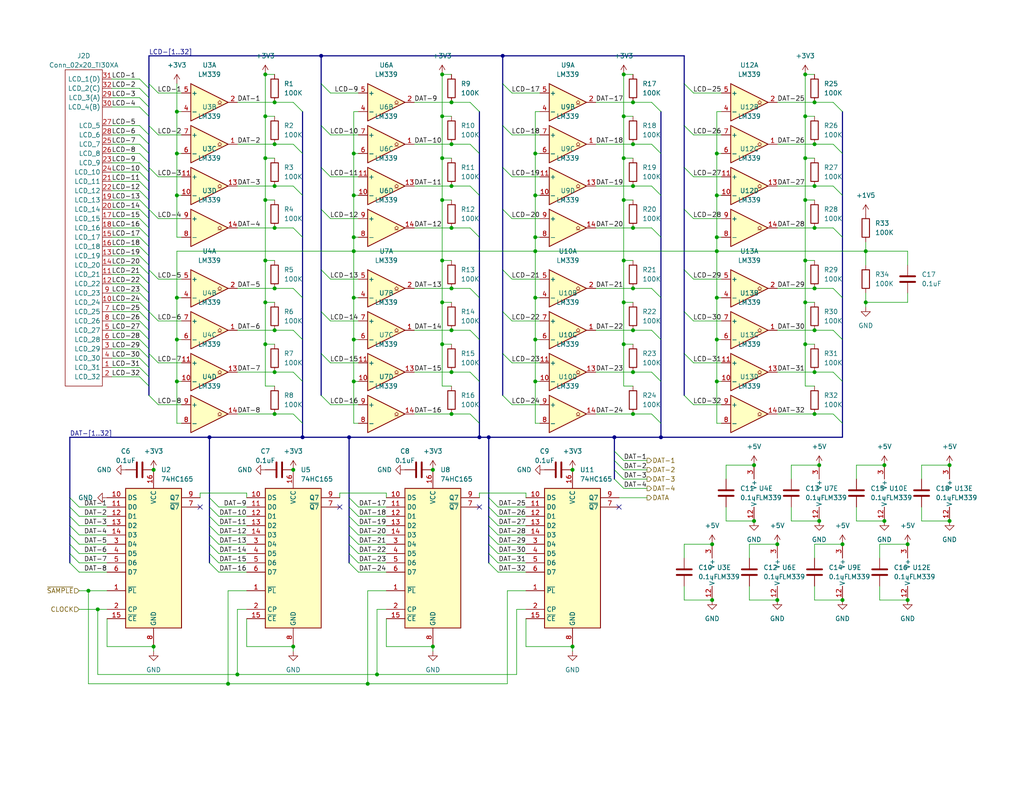
<source format=kicad_sch>
(kicad_sch (version 20211123) (generator eeschema)
  (paper "USLetter")
  (junction (at 170.18 20.32))
  (junction (at 195.58 81.28))
  (junction (at 195.58 41.91))
  (junction (at 72.39 93.98))
  (junction (at 96.52 41.91))
  (junction (at 26.67 166.37))
  (junction (at 180.34 119.38))
  (junction (at 241.3 142.24))
  (junction (at 48.26 53.34))
  (junction (at 170.18 43.18))
  (junction (at 74.93 90.17))
  (junction (at 118.11 128.27))
  (junction (at 120.65 43.18))
  (junction (at 72.39 82.55))
  (junction (at 74.93 78.74))
  (junction (at 195.58 104.14))
  (junction (at 48.26 41.91))
  (junction (at 146.05 64.77))
  (junction (at 57.15 119.38))
  (junction (at 48.26 81.28))
  (junction (at 87.63 15.24))
  (junction (at 229.87 163.83))
  (junction (at 130.81 119.38))
  (junction (at 172.72 50.8))
  (junction (at 123.19 50.8))
  (junction (at 74.93 62.23))
  (junction (at 72.39 20.32))
  (junction (at 100.33 186.69))
  (junction (at 205.74 127))
  (junction (at 195.58 68.58))
  (junction (at 241.3 127))
  (junction (at 96.52 92.71))
  (junction (at 205.74 142.24))
  (junction (at 219.71 54.61))
  (junction (at 212.09 148.59))
  (junction (at 96.52 64.77))
  (junction (at 146.05 53.34))
  (junction (at 222.25 90.17))
  (junction (at 64.77 184.15))
  (junction (at 146.05 81.28))
  (junction (at 41.91 128.27))
  (junction (at 172.72 78.74))
  (junction (at 172.72 62.23))
  (junction (at 195.58 92.71))
  (junction (at 222.25 101.6))
  (junction (at 118.11 176.53))
  (junction (at 24.13 161.29))
  (junction (at 170.18 71.12))
  (junction (at 120.65 31.75))
  (junction (at 172.72 113.03))
  (junction (at 219.71 20.32))
  (junction (at 146.05 92.71))
  (junction (at 172.72 101.6))
  (junction (at 123.19 90.17))
  (junction (at 222.25 50.8))
  (junction (at 236.22 82.55))
  (junction (at 120.65 20.32))
  (junction (at 102.87 184.15))
  (junction (at 229.87 148.59))
  (junction (at 123.19 39.37))
  (junction (at 72.39 43.18))
  (junction (at 120.65 71.12))
  (junction (at 219.71 71.12))
  (junction (at 170.18 93.98))
  (junction (at 96.52 68.58))
  (junction (at 48.26 30.48))
  (junction (at 219.71 31.75))
  (junction (at 167.64 119.38))
  (junction (at 236.22 68.58))
  (junction (at 82.55 119.38))
  (junction (at 123.19 62.23))
  (junction (at 120.65 54.61))
  (junction (at 219.71 82.55))
  (junction (at 259.08 142.24))
  (junction (at 170.18 54.61))
  (junction (at 48.26 92.71))
  (junction (at 74.93 101.6))
  (junction (at 222.25 78.74))
  (junction (at 96.52 53.34))
  (junction (at 194.31 148.59))
  (junction (at 172.72 39.37))
  (junction (at 219.71 43.18))
  (junction (at 123.19 27.94))
  (junction (at 247.65 163.83))
  (junction (at 48.26 104.14))
  (junction (at 72.39 54.61))
  (junction (at 219.71 93.98))
  (junction (at 222.25 113.03))
  (junction (at 223.52 127))
  (junction (at 74.93 39.37))
  (junction (at 120.65 82.55))
  (junction (at 170.18 31.75))
  (junction (at 72.39 31.75))
  (junction (at 123.19 101.6))
  (junction (at 172.72 90.17))
  (junction (at 222.25 27.94))
  (junction (at 247.65 148.59))
  (junction (at 62.23 186.69))
  (junction (at 170.18 82.55))
  (junction (at 74.93 50.8))
  (junction (at 123.19 113.03))
  (junction (at 156.21 128.27))
  (junction (at 195.58 64.77))
  (junction (at 80.01 128.27))
  (junction (at 146.05 68.58))
  (junction (at 195.58 53.34))
  (junction (at 137.16 15.24))
  (junction (at 146.05 41.91))
  (junction (at 156.21 176.53))
  (junction (at 96.52 81.28))
  (junction (at 72.39 71.12))
  (junction (at 80.01 176.53))
  (junction (at 133.35 119.38))
  (junction (at 172.72 27.94))
  (junction (at 74.93 27.94))
  (junction (at 259.08 127))
  (junction (at 146.05 104.14))
  (junction (at 96.52 104.14))
  (junction (at 223.52 142.24))
  (junction (at 222.25 39.37))
  (junction (at 95.25 119.38))
  (junction (at 194.31 163.83))
  (junction (at 222.25 62.23))
  (junction (at 74.93 113.03))
  (junction (at 41.91 176.53))
  (junction (at 123.19 78.74))
  (junction (at 120.65 93.98))
  (junction (at 212.09 163.83))
  (no_connect (at 168.91 138.43))
  (no_connect (at 92.71 138.43))
  (no_connect (at 130.81 138.43))
  (no_connect (at 54.61 138.43))
  (bus_entry (at 186.69 96.52) (size 2.54 2.54))
  (bus_entry (at 38.1 74.93) (size 2.54 2.54))
  (bus_entry (at 38.1 46.99) (size 2.54 2.54))
  (bus_entry (at 133.35 140.97) (size 2.54 2.54))
  (bus_entry (at 87.63 45.72) (size 2.54 2.54))
  (bus_entry (at 227.33 90.17) (size 2.54 2.54))
  (bus_entry (at 38.1 102.87) (size 2.54 2.54))
  (bus_entry (at 167.64 130.81) (size 2.54 2.54))
  (bus_entry (at 167.64 123.19) (size 2.54 2.54))
  (bus_entry (at 227.33 39.37) (size 2.54 2.54))
  (bus_entry (at 38.1 34.29) (size 2.54 2.54))
  (bus_entry (at 87.63 73.66) (size 2.54 2.54))
  (bus_entry (at 177.8 62.23) (size 2.54 2.54))
  (bus_entry (at 57.15 148.59) (size 2.54 2.54))
  (bus_entry (at 128.27 113.03) (size 2.54 2.54))
  (bus_entry (at 87.63 57.15) (size 2.54 2.54))
  (bus_entry (at 38.1 64.77) (size 2.54 2.54))
  (bus_entry (at 128.27 50.8) (size 2.54 2.54))
  (bus_entry (at 38.1 52.07) (size 2.54 2.54))
  (bus_entry (at 38.1 39.37) (size 2.54 2.54))
  (bus_entry (at 137.16 73.66) (size 2.54 2.54))
  (bus_entry (at 38.1 29.21) (size 2.54 2.54))
  (bus_entry (at 137.16 85.09) (size 2.54 2.54))
  (bus_entry (at 95.25 135.89) (size 2.54 2.54))
  (bus_entry (at 38.1 92.71) (size 2.54 2.54))
  (bus_entry (at 38.1 59.69) (size 2.54 2.54))
  (bus_entry (at 133.35 151.13) (size 2.54 2.54))
  (bus_entry (at 95.25 140.97) (size 2.54 2.54))
  (bus_entry (at 177.8 90.17) (size 2.54 2.54))
  (bus_entry (at 186.69 107.95) (size 2.54 2.54))
  (bus_entry (at 19.05 151.13) (size 2.54 2.54))
  (bus_entry (at 38.1 54.61) (size 2.54 2.54))
  (bus_entry (at 80.01 62.23) (size 2.54 2.54))
  (bus_entry (at 40.64 45.72) (size 2.54 2.54))
  (bus_entry (at 137.16 22.86) (size 2.54 2.54))
  (bus_entry (at 95.25 146.05) (size 2.54 2.54))
  (bus_entry (at 133.35 143.51) (size 2.54 2.54))
  (bus_entry (at 40.64 34.29) (size 2.54 2.54))
  (bus_entry (at 38.1 82.55) (size 2.54 2.54))
  (bus_entry (at 133.35 146.05) (size 2.54 2.54))
  (bus_entry (at 19.05 140.97) (size 2.54 2.54))
  (bus_entry (at 38.1 57.15) (size 2.54 2.54))
  (bus_entry (at 137.16 107.95) (size 2.54 2.54))
  (bus_entry (at 137.16 96.52) (size 2.54 2.54))
  (bus_entry (at 137.16 57.15) (size 2.54 2.54))
  (bus_entry (at 128.27 90.17) (size 2.54 2.54))
  (bus_entry (at 38.1 69.85) (size 2.54 2.54))
  (bus_entry (at 19.05 148.59) (size 2.54 2.54))
  (bus_entry (at 87.63 22.86) (size 2.54 2.54))
  (bus_entry (at 167.64 128.27) (size 2.54 2.54))
  (bus_entry (at 80.01 27.94) (size 2.54 2.54))
  (bus_entry (at 167.64 125.73) (size 2.54 2.54))
  (bus_entry (at 38.1 36.83) (size 2.54 2.54))
  (bus_entry (at 40.64 85.09) (size 2.54 2.54))
  (bus_entry (at 133.35 138.43) (size 2.54 2.54))
  (bus_entry (at 57.15 153.67) (size 2.54 2.54))
  (bus_entry (at 40.64 22.86) (size 2.54 2.54))
  (bus_entry (at 38.1 87.63) (size 2.54 2.54))
  (bus_entry (at 38.1 80.01) (size 2.54 2.54))
  (bus_entry (at 133.35 135.89) (size 2.54 2.54))
  (bus_entry (at 57.15 140.97) (size 2.54 2.54))
  (bus_entry (at 227.33 101.6) (size 2.54 2.54))
  (bus_entry (at 177.8 78.74) (size 2.54 2.54))
  (bus_entry (at 38.1 26.67) (size 2.54 2.54))
  (bus_entry (at 177.8 39.37) (size 2.54 2.54))
  (bus_entry (at 128.27 27.94) (size 2.54 2.54))
  (bus_entry (at 80.01 101.6) (size 2.54 2.54))
  (bus_entry (at 186.69 34.29) (size 2.54 2.54))
  (bus_entry (at 38.1 72.39) (size 2.54 2.54))
  (bus_entry (at 38.1 41.91) (size 2.54 2.54))
  (bus_entry (at 38.1 100.33) (size 2.54 2.54))
  (bus_entry (at 38.1 95.25) (size 2.54 2.54))
  (bus_entry (at 38.1 49.53) (size 2.54 2.54))
  (bus_entry (at 95.25 148.59) (size 2.54 2.54))
  (bus_entry (at 38.1 44.45) (size 2.54 2.54))
  (bus_entry (at 38.1 24.13) (size 2.54 2.54))
  (bus_entry (at 40.64 96.52) (size 2.54 2.54))
  (bus_entry (at 80.01 78.74) (size 2.54 2.54))
  (bus_entry (at 186.69 22.86) (size 2.54 2.54))
  (bus_entry (at 57.15 135.89) (size 2.54 2.54))
  (bus_entry (at 177.8 101.6) (size 2.54 2.54))
  (bus_entry (at 128.27 101.6) (size 2.54 2.54))
  (bus_entry (at 57.15 146.05) (size 2.54 2.54))
  (bus_entry (at 177.8 113.03) (size 2.54 2.54))
  (bus_entry (at 38.1 62.23) (size 2.54 2.54))
  (bus_entry (at 95.25 138.43) (size 2.54 2.54))
  (bus_entry (at 137.16 45.72) (size 2.54 2.54))
  (bus_entry (at 38.1 97.79) (size 2.54 2.54))
  (bus_entry (at 87.63 85.09) (size 2.54 2.54))
  (bus_entry (at 186.69 73.66) (size 2.54 2.54))
  (bus_entry (at 227.33 78.74) (size 2.54 2.54))
  (bus_entry (at 186.69 45.72) (size 2.54 2.54))
  (bus_entry (at 19.05 138.43) (size 2.54 2.54))
  (bus_entry (at 227.33 50.8) (size 2.54 2.54))
  (bus_entry (at 80.01 113.03) (size 2.54 2.54))
  (bus_entry (at 40.64 73.66) (size 2.54 2.54))
  (bus_entry (at 38.1 85.09) (size 2.54 2.54))
  (bus_entry (at 19.05 135.89) (size 2.54 2.54))
  (bus_entry (at 87.63 34.29) (size 2.54 2.54))
  (bus_entry (at 38.1 77.47) (size 2.54 2.54))
  (bus_entry (at 95.25 151.13) (size 2.54 2.54))
  (bus_entry (at 87.63 107.95) (size 2.54 2.54))
  (bus_entry (at 40.64 57.15) (size 2.54 2.54))
  (bus_entry (at 177.8 27.94) (size 2.54 2.54))
  (bus_entry (at 19.05 143.51) (size 2.54 2.54))
  (bus_entry (at 19.05 146.05) (size 2.54 2.54))
  (bus_entry (at 57.15 143.51) (size 2.54 2.54))
  (bus_entry (at 80.01 39.37) (size 2.54 2.54))
  (bus_entry (at 177.8 50.8) (size 2.54 2.54))
  (bus_entry (at 38.1 67.31) (size 2.54 2.54))
  (bus_entry (at 57.15 138.43) (size 2.54 2.54))
  (bus_entry (at 38.1 90.17) (size 2.54 2.54))
  (bus_entry (at 128.27 78.74) (size 2.54 2.54))
  (bus_entry (at 38.1 21.59) (size 2.54 2.54))
  (bus_entry (at 128.27 39.37) (size 2.54 2.54))
  (bus_entry (at 227.33 27.94) (size 2.54 2.54))
  (bus_entry (at 57.15 151.13) (size 2.54 2.54))
  (bus_entry (at 186.69 57.15) (size 2.54 2.54))
  (bus_entry (at 40.64 107.95) (size 2.54 2.54))
  (bus_entry (at 133.35 153.67) (size 2.54 2.54))
  (bus_entry (at 87.63 96.52) (size 2.54 2.54))
  (bus_entry (at 137.16 34.29) (size 2.54 2.54))
  (bus_entry (at 128.27 62.23) (size 2.54 2.54))
  (bus_entry (at 95.25 143.51) (size 2.54 2.54))
  (bus_entry (at 80.01 50.8) (size 2.54 2.54))
  (bus_entry (at 19.05 153.67) (size 2.54 2.54))
  (bus_entry (at 133.35 148.59) (size 2.54 2.54))
  (bus_entry (at 95.25 153.67) (size 2.54 2.54))
  (bus_entry (at 186.69 85.09) (size 2.54 2.54))
  (bus_entry (at 80.01 90.17) (size 2.54 2.54))
  (bus_entry (at 227.33 113.03) (size 2.54 2.54))
  (bus_entry (at 227.33 62.23) (size 2.54 2.54))
  (wire (pts (xy 146.05 64.77) (xy 147.32 64.77)))
  (bus (pts (xy 180.34 119.38) (xy 229.87 119.38)))
  (wire (pts (xy 222.25 27.94) (xy 227.33 27.94)))
  (bus (pts (xy 186.69 45.72) (xy 186.69 57.15)))
  (wire (pts (xy 105.41 161.29) (xy 100.33 161.29)))
  (wire (pts (xy 72.39 82.55) (xy 72.39 93.98)))
  (bus (pts (xy 40.64 85.09) (xy 40.64 87.63)))
  (wire (pts (xy 59.69 148.59) (xy 67.31 148.59)))
  (wire (pts (xy 26.67 166.37) (xy 29.21 166.37)))
  (bus (pts (xy 133.35 119.38) (xy 133.35 135.89)))
  (bus (pts (xy 130.81 81.28) (xy 130.81 92.71)))
  (wire (pts (xy 105.41 135.89) (xy 105.41 134.62)))
  (bus (pts (xy 40.64 73.66) (xy 40.64 74.93)))
  (wire (pts (xy 219.71 43.18) (xy 222.25 43.18)))
  (wire (pts (xy 212.09 90.17) (xy 222.25 90.17)))
  (wire (pts (xy 105.41 134.62) (xy 92.71 134.62)))
  (bus (pts (xy 57.15 135.89) (xy 57.15 138.43)))
  (wire (pts (xy 74.93 62.23) (xy 80.01 62.23)))
  (wire (pts (xy 30.48 77.47) (xy 38.1 77.47)))
  (wire (pts (xy 143.51 135.89) (xy 143.51 134.62)))
  (bus (pts (xy 87.63 15.24) (xy 137.16 15.24)))
  (wire (pts (xy 172.72 39.37) (xy 177.8 39.37)))
  (wire (pts (xy 120.65 71.12) (xy 123.19 71.12)))
  (wire (pts (xy 195.58 64.77) (xy 195.58 68.58)))
  (bus (pts (xy 180.34 81.28) (xy 180.34 92.71)))
  (wire (pts (xy 64.77 27.94) (xy 74.93 27.94)))
  (wire (pts (xy 74.93 78.74) (xy 80.01 78.74)))
  (wire (pts (xy 146.05 92.71) (xy 147.32 92.71)))
  (wire (pts (xy 198.12 142.24) (xy 205.74 142.24)))
  (wire (pts (xy 49.53 64.77) (xy 48.26 64.77)))
  (bus (pts (xy 229.87 41.91) (xy 229.87 53.34)))
  (wire (pts (xy 90.17 25.4) (xy 97.79 25.4)))
  (wire (pts (xy 64.77 50.8) (xy 74.93 50.8)))
  (bus (pts (xy 137.16 34.29) (xy 137.16 45.72)))
  (bus (pts (xy 40.64 67.31) (xy 40.64 69.85)))
  (wire (pts (xy 219.71 43.18) (xy 219.71 54.61)))
  (wire (pts (xy 170.18 31.75) (xy 172.72 31.75)))
  (bus (pts (xy 19.05 119.38) (xy 19.05 135.89)))
  (wire (pts (xy 240.03 163.83) (xy 247.65 163.83)))
  (wire (pts (xy 21.59 166.37) (xy 26.67 166.37)))
  (wire (pts (xy 30.48 74.93) (xy 38.1 74.93)))
  (bus (pts (xy 167.64 119.38) (xy 180.34 119.38)))
  (bus (pts (xy 40.64 54.61) (xy 40.64 57.15)))
  (wire (pts (xy 146.05 68.58) (xy 146.05 81.28)))
  (bus (pts (xy 40.64 36.83) (xy 40.64 39.37)))
  (wire (pts (xy 59.69 153.67) (xy 67.31 153.67)))
  (bus (pts (xy 40.64 52.07) (xy 40.64 54.61)))
  (wire (pts (xy 219.71 54.61) (xy 219.71 71.12)))
  (bus (pts (xy 137.16 85.09) (xy 137.16 96.52)))
  (wire (pts (xy 64.77 39.37) (xy 74.93 39.37)))
  (wire (pts (xy 222.25 163.83) (xy 229.87 163.83)))
  (wire (pts (xy 212.09 101.6) (xy 222.25 101.6)))
  (bus (pts (xy 40.64 100.33) (xy 40.64 102.87)))
  (bus (pts (xy 19.05 138.43) (xy 19.05 140.97)))
  (wire (pts (xy 251.46 130.81) (xy 251.46 127)))
  (bus (pts (xy 40.64 41.91) (xy 40.64 44.45)))
  (bus (pts (xy 82.55 53.34) (xy 82.55 64.77)))
  (wire (pts (xy 138.43 161.29) (xy 138.43 186.69)))
  (wire (pts (xy 212.09 27.94) (xy 222.25 27.94)))
  (bus (pts (xy 82.55 104.14) (xy 82.55 115.57)))
  (wire (pts (xy 139.7 59.69) (xy 147.32 59.69)))
  (wire (pts (xy 222.25 160.02) (xy 222.25 163.83)))
  (bus (pts (xy 40.64 77.47) (xy 40.64 80.01)))
  (bus (pts (xy 180.34 104.14) (xy 180.34 115.57)))
  (wire (pts (xy 118.11 176.53) (xy 105.41 176.53)))
  (wire (pts (xy 146.05 115.57) (xy 147.32 115.57)))
  (wire (pts (xy 54.61 134.62) (xy 54.61 135.89)))
  (wire (pts (xy 120.65 82.55) (xy 120.65 93.98)))
  (bus (pts (xy 130.81 92.71) (xy 130.81 104.14)))
  (wire (pts (xy 212.09 113.03) (xy 222.25 113.03)))
  (wire (pts (xy 215.9 142.24) (xy 223.52 142.24)))
  (wire (pts (xy 120.65 54.61) (xy 123.19 54.61)))
  (bus (pts (xy 57.15 148.59) (xy 57.15 151.13)))
  (wire (pts (xy 120.65 93.98) (xy 123.19 93.98)))
  (wire (pts (xy 97.79 151.13) (xy 105.41 151.13)))
  (wire (pts (xy 30.48 95.25) (xy 38.1 95.25)))
  (bus (pts (xy 57.15 151.13) (xy 57.15 153.67)))
  (bus (pts (xy 40.64 34.29) (xy 40.64 36.83)))
  (bus (pts (xy 40.64 95.25) (xy 40.64 96.52)))
  (wire (pts (xy 146.05 81.28) (xy 147.32 81.28)))
  (bus (pts (xy 40.64 96.52) (xy 40.64 97.79)))
  (bus (pts (xy 229.87 81.28) (xy 229.87 92.71)))
  (wire (pts (xy 120.65 71.12) (xy 120.65 82.55)))
  (bus (pts (xy 229.87 104.14) (xy 229.87 115.57)))
  (wire (pts (xy 72.39 82.55) (xy 74.93 82.55)))
  (wire (pts (xy 222.25 62.23) (xy 227.33 62.23)))
  (wire (pts (xy 123.19 39.37) (xy 128.27 39.37)))
  (bus (pts (xy 130.81 119.38) (xy 133.35 119.38)))
  (wire (pts (xy 96.52 64.77) (xy 96.52 53.34)))
  (wire (pts (xy 96.52 53.34) (xy 97.79 53.34)))
  (wire (pts (xy 162.56 113.03) (xy 172.72 113.03)))
  (bus (pts (xy 180.34 41.91) (xy 180.34 53.34)))
  (wire (pts (xy 102.87 184.15) (xy 140.97 184.15)))
  (wire (pts (xy 222.25 90.17) (xy 227.33 90.17)))
  (wire (pts (xy 189.23 36.83) (xy 196.85 36.83)))
  (wire (pts (xy 162.56 90.17) (xy 172.72 90.17)))
  (wire (pts (xy 43.18 59.69) (xy 49.53 59.69)))
  (wire (pts (xy 96.52 92.71) (xy 96.52 104.14)))
  (wire (pts (xy 113.03 113.03) (xy 123.19 113.03)))
  (wire (pts (xy 143.51 134.62) (xy 130.81 134.62)))
  (bus (pts (xy 40.64 45.72) (xy 40.64 46.99)))
  (wire (pts (xy 96.52 64.77) (xy 96.52 68.58)))
  (wire (pts (xy 135.89 140.97) (xy 143.51 140.97)))
  (wire (pts (xy 74.93 50.8) (xy 80.01 50.8)))
  (bus (pts (xy 40.64 31.75) (xy 40.64 29.21)))
  (wire (pts (xy 30.48 34.29) (xy 38.1 34.29)))
  (wire (pts (xy 90.17 87.63) (xy 97.79 87.63)))
  (bus (pts (xy 186.69 57.15) (xy 186.69 73.66)))
  (wire (pts (xy 123.19 101.6) (xy 128.27 101.6)))
  (bus (pts (xy 167.64 125.73) (xy 167.64 128.27)))
  (wire (pts (xy 204.47 148.59) (xy 212.09 148.59)))
  (wire (pts (xy 96.52 53.34) (xy 96.52 41.91)))
  (wire (pts (xy 146.05 92.71) (xy 146.05 104.14)))
  (wire (pts (xy 43.18 48.26) (xy 49.53 48.26)))
  (wire (pts (xy 72.39 31.75) (xy 74.93 31.75)))
  (wire (pts (xy 62.23 161.29) (xy 62.23 186.69)))
  (bus (pts (xy 57.15 140.97) (xy 57.15 143.51)))
  (wire (pts (xy 21.59 138.43) (xy 29.21 138.43)))
  (bus (pts (xy 82.55 92.71) (xy 82.55 104.14)))
  (wire (pts (xy 146.05 104.14) (xy 146.05 115.57)))
  (wire (pts (xy 233.68 130.81) (xy 233.68 127)))
  (bus (pts (xy 95.25 140.97) (xy 95.25 143.51)))
  (wire (pts (xy 162.56 78.74) (xy 172.72 78.74)))
  (bus (pts (xy 19.05 140.97) (xy 19.05 143.51)))
  (wire (pts (xy 172.72 27.94) (xy 177.8 27.94)))
  (bus (pts (xy 95.25 148.59) (xy 95.25 151.13)))
  (wire (pts (xy 198.12 127) (xy 205.74 127)))
  (bus (pts (xy 40.64 92.71) (xy 40.64 95.25)))
  (wire (pts (xy 186.69 148.59) (xy 194.31 148.59)))
  (wire (pts (xy 30.48 85.09) (xy 38.1 85.09)))
  (wire (pts (xy 41.91 177.8) (xy 41.91 176.53)))
  (wire (pts (xy 120.65 31.75) (xy 120.65 43.18)))
  (wire (pts (xy 64.77 113.03) (xy 74.93 113.03)))
  (wire (pts (xy 170.18 125.73) (xy 176.53 125.73)))
  (wire (pts (xy 222.25 152.4) (xy 222.25 148.59)))
  (bus (pts (xy 82.55 41.91) (xy 82.55 53.34)))
  (wire (pts (xy 48.26 92.71) (xy 49.53 92.71)))
  (bus (pts (xy 82.55 81.28) (xy 82.55 92.71)))
  (wire (pts (xy 67.31 161.29) (xy 62.23 161.29)))
  (wire (pts (xy 21.59 156.21) (xy 29.21 156.21)))
  (wire (pts (xy 236.22 68.58) (xy 236.22 72.39)))
  (wire (pts (xy 219.71 93.98) (xy 222.25 93.98)))
  (wire (pts (xy 72.39 20.32) (xy 72.39 31.75)))
  (bus (pts (xy 130.81 104.14) (xy 130.81 115.57)))
  (bus (pts (xy 40.64 74.93) (xy 40.64 77.47)))
  (wire (pts (xy 170.18 20.32) (xy 172.72 20.32)))
  (wire (pts (xy 59.69 143.51) (xy 67.31 143.51)))
  (wire (pts (xy 96.52 41.91) (xy 96.52 30.48)))
  (wire (pts (xy 21.59 151.13) (xy 29.21 151.13)))
  (wire (pts (xy 30.48 69.85) (xy 38.1 69.85)))
  (wire (pts (xy 222.25 50.8) (xy 227.33 50.8)))
  (bus (pts (xy 186.69 15.24) (xy 186.69 22.86)))
  (bus (pts (xy 186.69 22.86) (xy 186.69 34.29)))
  (wire (pts (xy 96.52 81.28) (xy 96.52 92.71)))
  (wire (pts (xy 24.13 161.29) (xy 24.13 186.69)))
  (wire (pts (xy 195.58 92.71) (xy 195.58 104.14)))
  (bus (pts (xy 40.64 105.41) (xy 40.64 107.95)))
  (wire (pts (xy 74.93 27.94) (xy 80.01 27.94)))
  (wire (pts (xy 21.59 143.51) (xy 29.21 143.51)))
  (wire (pts (xy 172.72 90.17) (xy 177.8 90.17)))
  (bus (pts (xy 229.87 64.77) (xy 229.87 81.28)))
  (bus (pts (xy 180.34 64.77) (xy 180.34 81.28)))
  (wire (pts (xy 41.91 176.53) (xy 29.21 176.53)))
  (wire (pts (xy 236.22 83.82) (xy 236.22 82.55)))
  (bus (pts (xy 82.55 30.48) (xy 82.55 41.91)))
  (bus (pts (xy 82.55 119.38) (xy 95.25 119.38)))
  (wire (pts (xy 96.52 68.58) (xy 96.52 81.28)))
  (wire (pts (xy 251.46 138.43) (xy 251.46 142.24)))
  (wire (pts (xy 240.03 152.4) (xy 240.03 148.59)))
  (wire (pts (xy 90.17 59.69) (xy 97.79 59.69)))
  (wire (pts (xy 30.48 44.45) (xy 38.1 44.45)))
  (wire (pts (xy 247.65 80.01) (xy 247.65 82.55)))
  (bus (pts (xy 133.35 143.51) (xy 133.35 146.05)))
  (bus (pts (xy 40.64 31.75) (xy 40.64 34.29)))
  (wire (pts (xy 219.71 71.12) (xy 222.25 71.12)))
  (wire (pts (xy 139.7 76.2) (xy 147.32 76.2)))
  (wire (pts (xy 146.05 30.48) (xy 147.32 30.48)))
  (wire (pts (xy 139.7 36.83) (xy 147.32 36.83)))
  (wire (pts (xy 189.23 110.49) (xy 196.85 110.49)))
  (wire (pts (xy 59.69 156.21) (xy 67.31 156.21)))
  (bus (pts (xy 229.87 115.57) (xy 229.87 119.38)))
  (wire (pts (xy 146.05 68.58) (xy 195.58 68.58)))
  (wire (pts (xy 195.58 104.14) (xy 195.58 115.57)))
  (bus (pts (xy 19.05 151.13) (xy 19.05 153.67)))
  (bus (pts (xy 137.16 45.72) (xy 137.16 57.15)))
  (bus (pts (xy 40.64 87.63) (xy 40.64 90.17)))
  (bus (pts (xy 40.64 15.24) (xy 40.64 22.86)))
  (bus (pts (xy 40.64 64.77) (xy 40.64 67.31)))
  (wire (pts (xy 222.25 113.03) (xy 227.33 113.03)))
  (wire (pts (xy 146.05 64.77) (xy 146.05 53.34)))
  (bus (pts (xy 137.16 57.15) (xy 137.16 73.66)))
  (wire (pts (xy 30.48 100.33) (xy 38.1 100.33)))
  (wire (pts (xy 30.48 46.99) (xy 38.1 46.99)))
  (wire (pts (xy 59.69 146.05) (xy 67.31 146.05)))
  (wire (pts (xy 62.23 186.69) (xy 100.33 186.69)))
  (wire (pts (xy 123.19 113.03) (xy 128.27 113.03)))
  (wire (pts (xy 118.11 177.8) (xy 118.11 176.53)))
  (wire (pts (xy 72.39 54.61) (xy 72.39 71.12)))
  (bus (pts (xy 19.05 119.38) (xy 57.15 119.38)))
  (wire (pts (xy 198.12 138.43) (xy 198.12 142.24)))
  (wire (pts (xy 30.48 49.53) (xy 38.1 49.53)))
  (wire (pts (xy 215.9 127) (xy 223.52 127)))
  (wire (pts (xy 135.89 153.67) (xy 143.51 153.67)))
  (wire (pts (xy 74.93 90.17) (xy 80.01 90.17)))
  (wire (pts (xy 96.52 81.28) (xy 97.79 81.28)))
  (bus (pts (xy 130.81 53.34) (xy 130.81 64.77)))
  (bus (pts (xy 180.34 53.34) (xy 180.34 64.77)))
  (bus (pts (xy 186.69 34.29) (xy 186.69 45.72)))
  (wire (pts (xy 26.67 184.15) (xy 64.77 184.15)))
  (bus (pts (xy 57.15 146.05) (xy 57.15 148.59)))
  (wire (pts (xy 30.48 26.67) (xy 38.1 26.67)))
  (wire (pts (xy 189.23 25.4) (xy 196.85 25.4)))
  (bus (pts (xy 40.64 15.24) (xy 87.63 15.24)))
  (bus (pts (xy 130.81 41.91) (xy 130.81 53.34)))
  (bus (pts (xy 130.81 30.48) (xy 130.81 41.91)))
  (bus (pts (xy 180.34 115.57) (xy 180.34 119.38)))
  (wire (pts (xy 64.77 78.74) (xy 74.93 78.74)))
  (wire (pts (xy 135.89 156.21) (xy 143.51 156.21)))
  (wire (pts (xy 172.72 101.6) (xy 177.8 101.6)))
  (wire (pts (xy 189.23 99.06) (xy 196.85 99.06)))
  (wire (pts (xy 170.18 128.27) (xy 176.53 128.27)))
  (wire (pts (xy 74.93 39.37) (xy 80.01 39.37)))
  (bus (pts (xy 40.64 46.99) (xy 40.64 49.53)))
  (wire (pts (xy 30.48 39.37) (xy 38.1 39.37)))
  (bus (pts (xy 229.87 53.34) (xy 229.87 64.77)))
  (wire (pts (xy 219.71 105.41) (xy 222.25 105.41)))
  (wire (pts (xy 96.52 104.14) (xy 96.52 115.57)))
  (wire (pts (xy 247.65 82.55) (xy 236.22 82.55)))
  (wire (pts (xy 97.79 146.05) (xy 105.41 146.05)))
  (bus (pts (xy 87.63 34.29) (xy 87.63 45.72)))
  (wire (pts (xy 43.18 110.49) (xy 49.53 110.49)))
  (wire (pts (xy 96.52 30.48) (xy 97.79 30.48)))
  (wire (pts (xy 139.7 110.49) (xy 147.32 110.49)))
  (bus (pts (xy 87.63 85.09) (xy 87.63 96.52)))
  (bus (pts (xy 186.69 73.66) (xy 186.69 85.09)))
  (wire (pts (xy 48.26 53.34) (xy 48.26 64.77)))
  (wire (pts (xy 195.58 92.71) (xy 196.85 92.71)))
  (wire (pts (xy 29.21 176.53) (xy 29.21 168.91)))
  (wire (pts (xy 72.39 93.98) (xy 72.39 105.41)))
  (wire (pts (xy 105.41 176.53) (xy 105.41 168.91)))
  (wire (pts (xy 43.18 76.2) (xy 49.53 76.2)))
  (bus (pts (xy 19.05 143.51) (xy 19.05 146.05)))
  (wire (pts (xy 170.18 130.81) (xy 176.53 130.81)))
  (wire (pts (xy 215.9 130.81) (xy 215.9 127)))
  (wire (pts (xy 113.03 50.8) (xy 123.19 50.8)))
  (bus (pts (xy 87.63 57.15) (xy 87.63 73.66)))
  (wire (pts (xy 195.58 53.34) (xy 196.85 53.34)))
  (bus (pts (xy 130.81 115.57) (xy 130.81 119.38)))
  (wire (pts (xy 105.41 166.37) (xy 102.87 166.37)))
  (bus (pts (xy 133.35 138.43) (xy 133.35 140.97)))
  (wire (pts (xy 135.89 143.51) (xy 143.51 143.51)))
  (bus (pts (xy 186.69 96.52) (xy 186.69 107.95)))
  (bus (pts (xy 229.87 92.71) (xy 229.87 104.14)))
  (wire (pts (xy 96.52 104.14) (xy 97.79 104.14)))
  (wire (pts (xy 247.65 68.58) (xy 247.65 72.39)))
  (bus (pts (xy 95.25 151.13) (xy 95.25 153.67)))
  (wire (pts (xy 233.68 138.43) (xy 233.68 142.24)))
  (wire (pts (xy 30.48 87.63) (xy 38.1 87.63)))
  (wire (pts (xy 67.31 176.53) (xy 67.31 168.91)))
  (wire (pts (xy 170.18 43.18) (xy 172.72 43.18)))
  (bus (pts (xy 40.64 29.21) (xy 40.64 26.67)))
  (wire (pts (xy 204.47 163.83) (xy 212.09 163.83)))
  (wire (pts (xy 48.26 41.91) (xy 48.26 53.34)))
  (bus (pts (xy 40.64 90.17) (xy 40.64 92.71)))
  (wire (pts (xy 139.7 48.26) (xy 147.32 48.26)))
  (wire (pts (xy 43.18 36.83) (xy 49.53 36.83)))
  (bus (pts (xy 40.64 69.85) (xy 40.64 72.39)))
  (wire (pts (xy 64.77 101.6) (xy 74.93 101.6)))
  (bus (pts (xy 40.64 26.67) (xy 40.64 24.13)))
  (wire (pts (xy 195.58 41.91) (xy 195.58 30.48)))
  (wire (pts (xy 156.21 176.53) (xy 143.51 176.53)))
  (wire (pts (xy 30.48 52.07) (xy 38.1 52.07)))
  (bus (pts (xy 95.25 135.89) (xy 95.25 138.43)))
  (wire (pts (xy 170.18 82.55) (xy 170.18 93.98)))
  (wire (pts (xy 143.51 161.29) (xy 138.43 161.29)))
  (wire (pts (xy 30.48 67.31) (xy 38.1 67.31)))
  (wire (pts (xy 64.77 62.23) (xy 74.93 62.23)))
  (bus (pts (xy 82.55 115.57) (xy 82.55 119.38)))
  (bus (pts (xy 40.64 49.53) (xy 40.64 52.07)))
  (wire (pts (xy 123.19 27.94) (xy 128.27 27.94)))
  (wire (pts (xy 48.26 104.14) (xy 48.26 115.57)))
  (wire (pts (xy 251.46 127) (xy 259.08 127)))
  (wire (pts (xy 219.71 20.32) (xy 219.71 31.75)))
  (wire (pts (xy 30.48 29.21) (xy 38.1 29.21)))
  (wire (pts (xy 72.39 93.98) (xy 74.93 93.98)))
  (wire (pts (xy 97.79 156.21) (xy 105.41 156.21)))
  (wire (pts (xy 170.18 54.61) (xy 172.72 54.61)))
  (wire (pts (xy 100.33 161.29) (xy 100.33 186.69)))
  (wire (pts (xy 96.52 68.58) (xy 48.26 68.58)))
  (wire (pts (xy 170.18 105.41) (xy 172.72 105.41)))
  (bus (pts (xy 137.16 15.24) (xy 137.16 22.86)))
  (wire (pts (xy 72.39 20.32) (xy 74.93 20.32)))
  (wire (pts (xy 139.7 25.4) (xy 147.32 25.4)))
  (wire (pts (xy 59.69 140.97) (xy 67.31 140.97)))
  (wire (pts (xy 168.91 135.89) (xy 176.53 135.89)))
  (wire (pts (xy 64.77 90.17) (xy 74.93 90.17)))
  (wire (pts (xy 143.51 166.37) (xy 140.97 166.37)))
  (wire (pts (xy 140.97 166.37) (xy 140.97 184.15)))
  (wire (pts (xy 162.56 27.94) (xy 172.72 27.94)))
  (bus (pts (xy 57.15 119.38) (xy 82.55 119.38)))
  (wire (pts (xy 24.13 161.29) (xy 29.21 161.29)))
  (wire (pts (xy 219.71 82.55) (xy 222.25 82.55)))
  (wire (pts (xy 146.05 41.91) (xy 146.05 30.48)))
  (wire (pts (xy 30.48 21.59) (xy 38.1 21.59)))
  (wire (pts (xy 236.22 82.55) (xy 236.22 80.01)))
  (wire (pts (xy 113.03 27.94) (xy 123.19 27.94)))
  (wire (pts (xy 162.56 101.6) (xy 172.72 101.6)))
  (wire (pts (xy 30.48 54.61) (xy 38.1 54.61)))
  (wire (pts (xy 113.03 101.6) (xy 123.19 101.6)))
  (wire (pts (xy 236.22 66.04) (xy 236.22 68.58)))
  (wire (pts (xy 96.52 64.77) (xy 97.79 64.77)))
  (wire (pts (xy 30.48 41.91) (xy 38.1 41.91)))
  (wire (pts (xy 80.01 176.53) (xy 67.31 176.53)))
  (wire (pts (xy 172.72 62.23) (xy 177.8 62.23)))
  (wire (pts (xy 186.69 160.02) (xy 186.69 163.83)))
  (wire (pts (xy 195.58 53.34) (xy 195.58 41.91)))
  (bus (pts (xy 229.87 30.48) (xy 229.87 41.91)))
  (wire (pts (xy 233.68 127) (xy 241.3 127)))
  (bus (pts (xy 40.64 39.37) (xy 40.64 41.91)))
  (wire (pts (xy 120.65 20.32) (xy 123.19 20.32)))
  (bus (pts (xy 95.25 119.38) (xy 130.81 119.38)))
  (wire (pts (xy 204.47 152.4) (xy 204.47 148.59)))
  (wire (pts (xy 123.19 62.23) (xy 128.27 62.23)))
  (bus (pts (xy 167.64 123.19) (xy 167.64 125.73)))
  (wire (pts (xy 30.48 82.55) (xy 38.1 82.55)))
  (wire (pts (xy 195.58 68.58) (xy 236.22 68.58)))
  (wire (pts (xy 26.67 166.37) (xy 26.67 184.15)))
  (bus (pts (xy 40.64 97.79) (xy 40.64 100.33)))
  (wire (pts (xy 21.59 148.59) (xy 29.21 148.59)))
  (wire (pts (xy 113.03 62.23) (xy 123.19 62.23)))
  (wire (pts (xy 113.03 39.37) (xy 123.19 39.37)))
  (wire (pts (xy 219.71 20.32) (xy 222.25 20.32)))
  (wire (pts (xy 72.39 71.12) (xy 72.39 82.55)))
  (wire (pts (xy 212.09 78.74) (xy 222.25 78.74)))
  (wire (pts (xy 162.56 50.8) (xy 172.72 50.8)))
  (wire (pts (xy 120.65 54.61) (xy 120.65 71.12)))
  (wire (pts (xy 21.59 161.29) (xy 24.13 161.29)))
  (wire (pts (xy 97.79 138.43) (xy 105.41 138.43)))
  (bus (pts (xy 87.63 73.66) (xy 87.63 85.09)))
  (wire (pts (xy 219.71 31.75) (xy 219.71 43.18)))
  (bus (pts (xy 137.16 15.24) (xy 186.69 15.24)))
  (bus (pts (xy 167.64 128.27) (xy 167.64 130.81)))
  (wire (pts (xy 195.58 64.77) (xy 196.85 64.77)))
  (wire (pts (xy 195.58 41.91) (xy 196.85 41.91)))
  (bus (pts (xy 19.05 135.89) (xy 19.05 138.43)))
  (wire (pts (xy 48.26 30.48) (xy 48.26 41.91)))
  (wire (pts (xy 170.18 71.12) (xy 170.18 82.55)))
  (wire (pts (xy 97.79 143.51) (xy 105.41 143.51)))
  (wire (pts (xy 21.59 146.05) (xy 29.21 146.05)))
  (wire (pts (xy 212.09 50.8) (xy 222.25 50.8)))
  (wire (pts (xy 240.03 160.02) (xy 240.03 163.83)))
  (wire (pts (xy 49.53 41.91) (xy 48.26 41.91)))
  (bus (pts (xy 87.63 45.72) (xy 87.63 57.15)))
  (wire (pts (xy 195.58 104.14) (xy 196.85 104.14)))
  (wire (pts (xy 30.48 80.01) (xy 38.1 80.01)))
  (wire (pts (xy 90.17 76.2) (xy 97.79 76.2)))
  (bus (pts (xy 40.64 44.45) (xy 40.64 45.72)))
  (wire (pts (xy 48.26 81.28) (xy 48.26 92.71)))
  (bus (pts (xy 133.35 148.59) (xy 133.35 151.13)))
  (wire (pts (xy 48.26 92.71) (xy 48.26 104.14)))
  (wire (pts (xy 80.01 177.8) (xy 80.01 176.53)))
  (wire (pts (xy 156.21 177.8) (xy 156.21 176.53)))
  (bus (pts (xy 40.64 59.69) (xy 40.64 62.23)))
  (wire (pts (xy 120.65 93.98) (xy 120.65 105.41)))
  (wire (pts (xy 30.48 90.17) (xy 38.1 90.17)))
  (wire (pts (xy 222.25 101.6) (xy 227.33 101.6)))
  (bus (pts (xy 130.81 64.77) (xy 130.81 81.28)))
  (bus (pts (xy 57.15 119.38) (xy 57.15 135.89)))
  (bus (pts (xy 95.25 119.38) (xy 95.25 135.89)))
  (bus (pts (xy 87.63 96.52) (xy 87.63 107.95)))
  (wire (pts (xy 120.65 31.75) (xy 123.19 31.75)))
  (bus (pts (xy 180.34 92.71) (xy 180.34 104.14)))
  (wire (pts (xy 170.18 82.55) (xy 172.72 82.55)))
  (bus (pts (xy 40.64 80.01) (xy 40.64 82.55)))
  (wire (pts (xy 189.23 87.63) (xy 196.85 87.63)))
  (wire (pts (xy 74.93 113.03) (xy 80.01 113.03)))
  (wire (pts (xy 215.9 138.43) (xy 215.9 142.24)))
  (bus (pts (xy 137.16 22.86) (xy 137.16 34.29)))
  (wire (pts (xy 30.48 92.71) (xy 38.1 92.71)))
  (wire (pts (xy 72.39 43.18) (xy 72.39 54.61)))
  (bus (pts (xy 40.64 102.87) (xy 40.64 105.41)))
  (bus (pts (xy 167.64 119.38) (xy 167.64 123.19)))
  (wire (pts (xy 67.31 134.62) (xy 54.61 134.62)))
  (wire (pts (xy 48.26 68.58) (xy 48.26 81.28)))
  (wire (pts (xy 170.18 71.12) (xy 172.72 71.12)))
  (wire (pts (xy 48.26 104.14) (xy 49.53 104.14)))
  (wire (pts (xy 212.09 39.37) (xy 222.25 39.37)))
  (wire (pts (xy 92.71 134.62) (xy 92.71 135.89)))
  (wire (pts (xy 97.79 153.67) (xy 105.41 153.67)))
  (wire (pts (xy 43.18 87.63) (xy 49.53 87.63)))
  (wire (pts (xy 219.71 31.75) (xy 222.25 31.75)))
  (wire (pts (xy 90.17 110.49) (xy 97.79 110.49)))
  (wire (pts (xy 120.65 105.41) (xy 123.19 105.41)))
  (wire (pts (xy 48.26 81.28) (xy 49.53 81.28)))
  (wire (pts (xy 170.18 133.35) (xy 176.53 133.35)))
  (wire (pts (xy 30.48 24.13) (xy 38.1 24.13)))
  (bus (pts (xy 19.05 146.05) (xy 19.05 148.59)))
  (wire (pts (xy 97.79 140.97) (xy 105.41 140.97)))
  (wire (pts (xy 170.18 93.98) (xy 170.18 105.41)))
  (wire (pts (xy 195.58 64.77) (xy 195.58 53.34)))
  (wire (pts (xy 67.31 135.89) (xy 67.31 134.62)))
  (wire (pts (xy 135.89 148.59) (xy 143.51 148.59)))
  (wire (pts (xy 195.58 30.48) (xy 196.85 30.48)))
  (wire (pts (xy 135.89 151.13) (xy 143.51 151.13)))
  (wire (pts (xy 72.39 43.18) (xy 74.93 43.18)))
  (wire (pts (xy 198.12 130.81) (xy 198.12 127)))
  (wire (pts (xy 96.52 115.57) (xy 97.79 115.57)))
  (bus (pts (xy 133.35 119.38) (xy 167.64 119.38)))
  (bus (pts (xy 133.35 135.89) (xy 133.35 138.43)))
  (wire (pts (xy 189.23 76.2) (xy 196.85 76.2)))
  (wire (pts (xy 236.22 68.58) (xy 247.65 68.58)))
  (bus (pts (xy 133.35 151.13) (xy 133.35 153.67)))
  (wire (pts (xy 195.58 81.28) (xy 195.58 92.71)))
  (wire (pts (xy 102.87 166.37) (xy 102.87 184.15)))
  (wire (pts (xy 120.65 43.18) (xy 123.19 43.18)))
  (wire (pts (xy 30.48 62.23) (xy 38.1 62.23)))
  (wire (pts (xy 64.77 166.37) (xy 64.77 184.15)))
  (bus (pts (xy 133.35 146.05) (xy 133.35 148.59)))
  (wire (pts (xy 170.18 43.18) (xy 170.18 54.61)))
  (wire (pts (xy 233.68 142.24) (xy 241.3 142.24)))
  (wire (pts (xy 59.69 151.13) (xy 67.31 151.13)))
  (wire (pts (xy 222.25 39.37) (xy 227.33 39.37)))
  (wire (pts (xy 48.26 22.86) (xy 48.26 30.48)))
  (wire (pts (xy 186.69 163.83) (xy 194.31 163.83)))
  (wire (pts (xy 135.89 138.43) (xy 143.51 138.43)))
  (bus (pts (xy 95.25 138.43) (xy 95.25 140.97)))
  (wire (pts (xy 90.17 36.83) (xy 97.79 36.83)))
  (wire (pts (xy 123.19 90.17) (xy 128.27 90.17)))
  (wire (pts (xy 146.05 53.34) (xy 147.32 53.34)))
  (wire (pts (xy 172.72 50.8) (xy 177.8 50.8)))
  (wire (pts (xy 143.51 176.53) (xy 143.51 168.91)))
  (wire (pts (xy 170.18 20.32) (xy 170.18 31.75)))
  (wire (pts (xy 240.03 148.59) (xy 247.65 148.59)))
  (wire (pts (xy 222.25 78.74) (xy 227.33 78.74)))
  (wire (pts (xy 96.52 41.91) (xy 97.79 41.91)))
  (wire (pts (xy 170.18 93.98) (xy 172.72 93.98)))
  (wire (pts (xy 30.48 72.39) (xy 38.1 72.39)))
  (wire (pts (xy 139.7 99.06) (xy 147.32 99.06)))
  (wire (pts (xy 96.52 68.58) (xy 146.05 68.58)))
  (wire (pts (xy 96.52 92.71) (xy 97.79 92.71)))
  (wire (pts (xy 30.48 102.87) (xy 38.1 102.87)))
  (wire (pts (xy 120.65 43.18) (xy 120.65 54.61)))
  (wire (pts (xy 219.71 71.12) (xy 219.71 82.55)))
  (bus (pts (xy 40.64 82.55) (xy 40.64 85.09)))
  (wire (pts (xy 146.05 81.28) (xy 146.05 92.71)))
  (wire (pts (xy 67.31 166.37) (xy 64.77 166.37)))
  (bus (pts (xy 40.64 62.23) (xy 40.64 64.77)))
  (wire (pts (xy 24.13 186.69) (xy 62.23 186.69)))
  (wire (pts (xy 30.48 97.79) (xy 38.1 97.79)))
  (bus (pts (xy 40.64 72.39) (xy 40.64 73.66)))
  (wire (pts (xy 72.39 31.75) (xy 72.39 43.18)))
  (wire (pts (xy 113.03 78.74) (xy 123.19 78.74)))
  (wire (pts (xy 72.39 54.61) (xy 74.93 54.61)))
  (bus (pts (xy 57.15 138.43) (xy 57.15 140.97)))
  (wire (pts (xy 189.23 48.26) (xy 196.85 48.26)))
  (bus (pts (xy 87.63 15.24) (xy 87.63 22.86)))
  (wire (pts (xy 219.71 54.61) (xy 222.25 54.61)))
  (wire (pts (xy 59.69 138.43) (xy 67.31 138.43)))
  (wire (pts (xy 120.65 82.55) (xy 123.19 82.55)))
  (bus (pts (xy 40.64 22.86) (xy 40.64 24.13)))
  (wire (pts (xy 97.79 148.59) (xy 105.41 148.59)))
  (wire (pts (xy 146.05 41.91) (xy 147.32 41.91)))
  (wire (pts (xy 123.19 78.74) (xy 128.27 78.74)))
  (wire (pts (xy 251.46 142.24) (xy 259.08 142.24)))
  (wire (pts (xy 90.17 48.26) (xy 97.79 48.26)))
  (bus (pts (xy 82.55 64.77) (xy 82.55 81.28)))
  (bus (pts (xy 133.35 140.97) (xy 133.35 143.51)))
  (wire (pts (xy 172.72 113.03) (xy 177.8 113.03)))
  (bus (pts (xy 95.25 146.05) (xy 95.25 148.59)))
  (wire (pts (xy 204.47 160.02) (xy 204.47 163.83)))
  (wire (pts (xy 162.56 62.23) (xy 172.72 62.23)))
  (wire (pts (xy 195.58 81.28) (xy 196.85 81.28)))
  (bus (pts (xy 87.63 22.86) (xy 87.63 34.29)))
  (wire (pts (xy 130.81 134.62) (xy 130.81 135.89)))
  (wire (pts (xy 135.89 146.05) (xy 143.51 146.05)))
  (wire (pts (xy 120.65 20.32) (xy 120.65 31.75)))
  (wire (pts (xy 74.93 101.6) (xy 80.01 101.6)))
  (wire (pts (xy 172.72 78.74) (xy 177.8 78.74)))
  (bus (pts (xy 180.34 30.48) (xy 180.34 41.91)))
  (wire (pts (xy 195.58 68.58) (xy 195.58 81.28)))
  (wire (pts (xy 64.77 184.15) (xy 102.87 184.15)))
  (bus (pts (xy 95.25 143.51) (xy 95.25 146.05)))
  (wire (pts (xy 146.05 53.34) (xy 146.05 41.91)))
  (wire (pts (xy 30.48 36.83) (xy 38.1 36.83)))
  (wire (pts (xy 195.58 115.57) (xy 196.85 115.57)))
  (wire (pts (xy 146.05 104.14) (xy 147.32 104.14)))
  (bus (pts (xy 137.16 96.52) (xy 137.16 107.95)))
  (wire (pts (xy 222.25 148.59) (xy 229.87 148.59)))
  (wire (pts (xy 43.18 99.06) (xy 49.53 99.06)))
  (wire (pts (xy 48.26 30.48) (xy 49.53 30.48)))
  (bus (pts (xy 137.16 73.66) (xy 137.16 85.09)))
  (wire (pts (xy 21.59 153.67) (xy 29.21 153.67)))
  (bus (pts (xy 19.05 148.59) (xy 19.05 151.13)))
  (wire (pts (xy 123.19 50.8) (xy 128.27 50.8)))
  (wire (pts (xy 170.18 54.61) (xy 170.18 71.12)))
  (wire (pts (xy 30.48 57.15) (xy 38.1 57.15)))
  (wire (pts (xy 48.26 115.57) (xy 49.53 115.57)))
  (wire (pts (xy 219.71 93.98) (xy 219.71 105.41)))
  (bus (pts (xy 40.64 57.15) (xy 40.64 59.69)))
  (wire (pts (xy 72.39 105.41) (xy 74.93 105.41)))
  (wire (pts (xy 189.23 59.69) (xy 196.85 59.69)))
  (wire (pts (xy 113.03 90.17) (xy 123.19 90.17)))
  (wire (pts (xy 170.18 31.75) (xy 170.18 43.18)))
  (bus (pts (xy 57.15 143.51) (xy 57.15 146.05)))
  (wire (pts (xy 30.48 64.77) (xy 38.1 64.77)))
  (wire (pts (xy 49.53 53.34) (xy 48.26 53.34)))
  (bus (pts (xy 186.69 85.09) (xy 186.69 96.52)))
  (wire (pts (xy 100.33 186.69) (xy 138.43 186.69)))
  (wire (pts (xy 212.09 62.23) (xy 222.25 62.23)))
  (wire (pts (xy 146.05 64.77) (xy 146.05 68.58)))
  (wire (pts (xy 72.39 71.12) (xy 74.93 71.12)))
  (wire (pts (xy 219.71 82.55) (xy 219.71 93.98)))
  (wire (pts (xy 139.7 87.63) (xy 147.32 87.63)))
  (wire (pts (xy 43.18 25.4) (xy 49.53 25.4)))
  (wire (pts (xy 21.59 140.97) (xy 29.21 140.97)))
  (wire (pts (xy 162.56 39.37) (xy 172.72 39.37)))
  (wire (pts (xy 90.17 99.06) (xy 97.79 99.06)))
  (wire (pts (xy 186.69 152.4) (xy 186.69 148.59)))
  (wire (pts (xy 30.48 59.69) (xy 38.1 59.69)))
  (label "DAT-13" (at 67.31 148.59 180))
  (label "LCD-31" (at 30.48 100.33 0))
  (label "LCD-5" (at 30.48 34.29 0))
  (label "DAT-30" (at 143.51 151.13 180))
  (label "LCD-1" (at 30.48 21.59 0))
  (label "DAT-19" (at 162.56 50.8 0))
  (label "LCD-17" (at 30.48 64.77 0))
  (label "LCD-13" (at 97.79 76.2 180))
  (label "LCD-3" (at 30.48 26.67 0))
  (label "DAT-22" (at 105.41 151.13 180))
  (label "DAT-23" (at 162.56 101.6 0))
  (label "LCD-10" (at 97.79 36.83 180))
  (label "DAT-10" (at 67.31 140.97 180))
  (label "LCD-30" (at 196.85 87.63 180))
  (label "LCD-20" (at 30.48 72.39 0))
  (label "LCD-27" (at 196.85 48.26 180))
  (label "LCD-6" (at 30.48 36.83 0))
  (label "LCD-22" (at 147.32 87.63 180))
  (label "DAT-10" (at 113.03 39.37 0))
  (label "LCD-25" (at 196.85 25.4 180))
  (label "LCD-23" (at 30.48 80.01 0))
  (label "LCD-12" (at 30.48 52.07 0))
  (label "DAT-12" (at 113.03 62.23 0))
  (label "LCD-[1..32]" (at 40.64 15.24 0))
  (label "LCD-32" (at 196.85 110.49 180))
  (label "LCD-25" (at 30.48 85.09 0))
  (label "DAT-14" (at 67.31 151.13 180))
  (label "DAT-15" (at 67.31 153.67 180))
  (label "DAT-19" (at 105.41 143.51 180))
  (label "DAT-5" (at 64.77 78.74 0))
  (label "LCD-23" (at 147.32 99.06 180))
  (label "LCD-18" (at 30.48 67.31 0))
  (label "LCD-26" (at 196.85 36.83 180))
  (label "LCD-24" (at 147.32 110.49 180))
  (label "LCD-19" (at 147.32 48.26 180))
  (label "DAT-2" (at 64.77 39.37 0))
  (label "LCD-10" (at 30.48 46.99 0))
  (label "LCD-16" (at 30.48 62.23 0))
  (label "LCD-11" (at 97.79 48.26 180))
  (label "LCD-28" (at 30.48 92.71 0))
  (label "DAT-6" (at 64.77 90.17 0))
  (label "LCD-29" (at 196.85 76.2 180))
  (label "DAT-7" (at 29.21 153.67 180))
  (label "LCD-8" (at 30.48 41.91 0))
  (label "DAT-2" (at 170.18 128.27 0))
  (label "LCD-14" (at 30.48 57.15 0))
  (label "DAT-6" (at 29.21 151.13 180))
  (label "LCD-8" (at 49.53 110.49 180))
  (label "DAT-20" (at 162.56 62.23 0))
  (label "LCD-11" (at 30.48 49.53 0))
  (label "DAT-17" (at 105.41 138.43 180))
  (label "LCD-4" (at 49.53 59.69 180))
  (label "DAT-25" (at 212.09 27.94 0))
  (label "DAT-31" (at 212.09 101.6 0))
  (label "DAT-3" (at 29.21 143.51 180))
  (label "DAT-30" (at 212.09 90.17 0))
  (label "DAT-27" (at 143.51 143.51 180))
  (label "DAT-29" (at 143.51 148.59 180))
  (label "DAT-5" (at 29.21 148.59 180))
  (label "DAT-20" (at 105.41 146.05 180))
  (label "DAT-18" (at 162.56 39.37 0))
  (label "DAT-9" (at 113.03 27.94 0))
  (label "DAT-3" (at 64.77 50.8 0))
  (label "DAT-7" (at 64.77 101.6 0))
  (label "LCD-28" (at 196.85 59.69 180))
  (label "DAT-15" (at 113.03 101.6 0))
  (label "LCD-7" (at 30.48 39.37 0))
  (label "LCD-12" (at 97.79 59.69 180))
  (label "LCD-19" (at 30.48 69.85 0))
  (label "LCD-4" (at 30.48 29.21 0))
  (label "DAT-31" (at 143.51 153.67 180))
  (label "LCD-9" (at 30.48 44.45 0))
  (label "LCD-15" (at 97.79 99.06 180))
  (label "DAT-32" (at 212.09 113.03 0))
  (label "LCD-30" (at 30.48 97.79 0))
  (label "DAT-23" (at 105.41 153.67 180))
  (label "DAT-1" (at 170.18 125.73 0))
  (label "DAT-24" (at 105.41 156.21 180))
  (label "DAT-3" (at 170.18 130.81 0))
  (label "LCD-31" (at 196.85 99.06 180))
  (label "LCD-1" (at 49.53 25.4 180))
  (label "DAT-12" (at 67.31 146.05 180))
  (label "DAT-8" (at 29.21 156.21 180))
  (label "LCD-21" (at 30.48 74.93 0))
  (label "DAT-4" (at 170.18 133.35 0))
  (label "LCD-14" (at 97.79 87.63 180))
  (label "LCD-15" (at 30.48 59.69 0))
  (label "LCD-2" (at 49.53 36.83 180))
  (label "LCD-27" (at 30.48 90.17 0))
  (label "LCD-9" (at 97.79 25.4 180))
  (label "DAT-4" (at 29.21 146.05 180))
  (label "DAT-28" (at 212.09 62.23 0))
  (label "DAT-17" (at 162.56 27.94 0))
  (label "DAT-1" (at 29.21 138.43 180))
  (label "LCD-7" (at 49.53 99.06 180))
  (label "DAT-[1..32]" (at 19.05 119.38 0))
  (label "DAT-14" (at 113.03 90.17 0))
  (label "DAT-24" (at 162.56 113.03 0))
  (label "DAT-2" (at 29.21 140.97 180))
  (label "LCD-26" (at 30.48 87.63 0))
  (label "DAT-16" (at 113.03 113.03 0))
  (label "DAT-9" (at 67.31 138.43 180))
  (label "LCD-6" (at 49.53 87.63 180))
  (label "DAT-27" (at 212.09 50.8 0))
  (label "LCD-3" (at 49.53 48.26 180))
  (label "DAT-21" (at 105.41 148.59 180))
  (label "DAT-18" (at 105.41 140.97 180))
  (label "LCD-17" (at 147.32 25.4 180))
  (label "DAT-11" (at 113.03 50.8 0))
  (label "DAT-29" (at 212.09 78.74 0))
  (label "LCD-24" (at 30.48 82.55 0))
  (label "DAT-21" (at 162.56 78.74 0))
  (label "LCD-22" (at 30.48 77.47 0))
  (label "DAT-26" (at 212.09 39.37 0))
  (label "DAT-32" (at 143.51 156.21 180))
  (label "DAT-16" (at 67.31 156.21 180))
  (label "DAT-22" (at 162.56 90.17 0))
  (label "LCD-20" (at 147.32 59.69 180))
  (label "LCD-13" (at 30.48 54.61 0))
  (label "DAT-4" (at 64.77 62.23 0))
  (label "LCD-21" (at 147.32 76.2 180))
  (label "LCD-29" (at 30.48 95.25 0))
  (label "DAT-28" (at 143.51 146.05 180))
  (label "LCD-2" (at 30.48 24.13 0))
  (label "DAT-11" (at 67.31 143.51 180))
  (label "DAT-8" (at 64.77 113.03 0))
  (label "DAT-26" (at 143.51 140.97 180))
  (label "LCD-32" (at 30.48 102.87 0))
  (label "DAT-25" (at 143.51 138.43 180))
  (label "LCD-16" (at 97.79 110.49 180))
  (label "LCD-5" (at 49.53 76.2 180))
  (label "LCD-18" (at 147.32 36.83 180))
  (label "DAT-13" (at 113.03 78.74 0))
  (label "DAT-1" (at 64.77 27.94 0))
  (hierarchical_label "DAT-3" (shape output) (at 176.53 130.81 0))
  (hierarchical_label "DATA" (shape output) (at 176.53 135.89 0))
  (hierarchical_label "CLOCK" (shape input) (at 21.59 166.37 180))
  (hierarchical_label "DAT-4" (shape output) (at 176.53 133.35 0))
  (hierarchical_label "DAT-1" (shape output) (at 176.53 125.73 0))
  (hierarchical_label "DAT-2" (shape output) (at 176.53 128.27 0))
  (hierarchical_label "~{SAMPLE}" (shape input) (at 21.59 161.29 180))
  (symbol (lib_id "74xx:74HC165") (at 118.11 151.13 0) (unit 1)
    (property "Reference" "U8" (at 120.1294 128.27 0) (effects (justify left)))
    (property "Value" "74HC165" (at 120.1294 130.81 0) (effects (justify left)))
    (property "Footprint" "Package_DIP:DIP-16_W7.62mm_LongPads" (effects hide))
    (property "Datasheet" "https://assets.nexperia.com/documents/data-sheet/74HC_HCT165.pdf" (effects hide))
  )
  (symbol (lib_id "power:+3V3") (at 80.01 128.27 0) (unit 1)
    (property "Reference" "#PWR018" (effects hide))
    (property "Value" "+3V3" (at 80.01 123.19 0))
  )
  (symbol (lib_id "74xx:74HC165") (at 41.91 151.13 0) (unit 1)
    (property "Reference" "U2" (at 43.9294 128.27 0) (effects (justify left)))
    (property "Value" "74HC165" (at 43.9294 130.81 0) (effects (justify left)))
    (property "Footprint" "Package_DIP:DIP-16_W7.62mm_LongPads" (effects hide))
    (property "Datasheet" "https://assets.nexperia.com/documents/data-sheet/74HC_HCT165.pdf" (effects hide))
  )
  (symbol (lib_id "Device:C") (at 198.12 134.62 0) (unit 1)
    (property "Reference" "C11" (at 201.93 133.3499 0) (effects (justify left)))
    (property "Value" "0.1uF" (at 201.93 135.8899 0) (effects (justify left)))
    (property "Footprint" "Capacitor_THT:C_Disc_D3.8mm_W2.6mm_P2.50mm" (effects hide))
  )
  (symbol (lib_id "power:GND") (at 148.59 128.27 270) (unit 1)
    (property "Reference" "#PWR024" (effects hide))
    (property "Value" "GND" (at 140.97 128.27 90) (effects (justify left)))
  )
  (symbol (lib_id "Comparator:LM339") (at 243.84 134.62 0) (unit 5)
    (property "Reference" "U10" (at 242.57 133.3499 0) (effects (justify left)))
    (property "Value" "LM339" (at 242.57 135.8899 0) (effects (justify left)))
    (property "Footprint" "Package_DIP:DIP-14_W7.62mm_LongPads" (effects hide))
    (property "Datasheet" "https://www.st.com/resource/en/datasheet/lm139.pdf" (effects hide))
  )
  (symbol (lib_id "Device:C") (at 240.03 156.21 0) (unit 1)
    (property "Reference" "C16" (at 243.84 154.9399 0) (effects (justify left)))
    (property "Value" "0.1uF" (at 243.84 157.4799 0) (effects (justify left)))
    (property "Footprint" "Capacitor_THT:C_Disc_D3.8mm_W2.6mm_P2.50mm" (effects hide))
  )
  (symbol (lib_id "Device:R") (at 74.93 86.36 0) (unit 1)
    (property "Reference" "R6" (at 77.47 85.0899 0) (effects (justify left)))
    (property "Value" "100K" (at 77.47 87.6299 0) (effects (justify left)))
    (property "Footprint" "Resistor_THT:R_Axial_DIN0204_L3.6mm_D1.6mm_P7.62mm_Horizontal" (effects hide))
  )
  (symbol (lib_id "power:+5V") (at 241.3 127 0) (unit 1)
    (property "Reference" "#PWR041" (effects hide))
    (property "Value" "+5V" (at 241.3 121.92 0))
  )
  (symbol (lib_id "power:+5V") (at 212.09 148.59 0) (unit 1)
    (property "Reference" "#PWR032" (effects hide))
    (property "Value" "+5V" (at 212.09 143.51 0))
  )
  (symbol (lib_id "Device:C") (at 204.47 156.21 0) (unit 1)
    (property "Reference" "C12" (at 208.28 154.9399 0) (effects (justify left)))
    (property "Value" "0.1uF" (at 208.28 157.4799 0) (effects (justify left)))
    (property "Footprint" "Capacitor_THT:C_Disc_D3.8mm_W2.6mm_P2.50mm" (effects hide))
  )
  (symbol (lib_id "Device:R") (at 172.72 86.36 0) (unit 1)
    (property "Reference" "R22" (at 175.26 85.0899 0) (effects (justify left)))
    (property "Value" "100K" (at 175.26 87.6299 0) (effects (justify left)))
    (property "Footprint" "Resistor_THT:R_Axial_DIN0204_L3.6mm_D1.6mm_P7.62mm_Horizontal" (effects hide))
  )
  (symbol (lib_id "Device:R") (at 74.93 46.99 0) (unit 1)
    (property "Reference" "R3" (at 77.47 45.7199 0) (effects (justify left)))
    (property "Value" "100K" (at 77.47 48.2599 0) (effects (justify left)))
    (property "Footprint" "Resistor_THT:R_Axial_DIN0204_L3.6mm_D1.6mm_P7.62mm_Horizontal" (effects hide))
  )
  (symbol (lib_id "Device:C") (at 247.65 76.2 0) (unit 1)
    (property "Reference" "C17" (at 251.46 74.93 0) (effects (justify left)))
    (property "Value" "0.1uF" (at 251.46 77.47 0) (effects (justify left)))
    (property "Footprint" "Capacitor_THT:C_Disc_D3.8mm_W2.6mm_P2.50mm" (effects hide))
  )
  (symbol (lib_id "Device:R") (at 123.19 24.13 0) (unit 1)
    (property "Reference" "R9" (at 125.73 22.8599 0) (effects (justify left)))
    (property "Value" "100K" (at 125.73 25.3999 0) (effects (justify left)))
    (property "Footprint" "Resistor_THT:R_Axial_DIN0204_L3.6mm_D1.6mm_P7.62mm_Horizontal" (effects hide))
  )
  (symbol (lib_id "Comparator:LM339") (at 105.41 62.23 0) (unit 4)
    (property "Reference" "U6" (at 105.41 52.07 0))
    (property "Value" "LM339" (at 105.41 54.61 0))
    (property "Footprint" "Package_DIP:DIP-14_W7.62mm_LongPads" (effects hide))
    (property "Datasheet" "https://www.st.com/resource/en/datasheet/lm139.pdf" (effects hide))
  )
  (symbol (lib_id "Comparator:LM339") (at 105.41 78.74 0) (unit 1)
    (property "Reference" "U7" (at 105.41 68.58 0))
    (property "Value" "LM339" (at 105.41 71.12 0))
    (property "Footprint" "Package_DIP:DIP-14_W7.62mm_LongPads" (effects hide))
    (property "Datasheet" "https://www.st.com/resource/en/datasheet/lm139.pdf" (effects hide))
  )
  (symbol (lib_id "power:+5V") (at 223.52 127 0) (unit 1)
    (property "Reference" "#PWR035" (effects hide))
    (property "Value" "+5V" (at 223.52 121.92 0))
  )
  (symbol (lib_id "Comparator:LM339") (at 196.85 156.21 0) (unit 5)
    (property "Reference" "U3" (at 195.58 154.9399 0) (effects (justify left)))
    (property "Value" "LM339" (at 195.58 157.4799 0) (effects (justify left)))
    (property "Footprint" "Package_DIP:DIP-14_W7.62mm_LongPads" (effects hide))
    (property "Datasheet" "https://www.st.com/resource/en/datasheet/lm139.pdf" (effects hide))
  )
  (symbol (lib_id "Comparator:LM339") (at 154.94 27.94 0) (unit 1)
    (property "Reference" "U9" (at 154.94 17.78 0))
    (property "Value" "LM339" (at 154.94 20.32 0))
    (property "Footprint" "Package_DIP:DIP-14_W7.62mm_LongPads" (effects hide))
    (property "Datasheet" "https://www.st.com/resource/en/datasheet/lm139.pdf" (effects hide))
  )
  (symbol (lib_id "Device:R") (at 172.72 46.99 0) (unit 1)
    (property "Reference" "R19" (at 175.26 45.7199 0) (effects (justify left)))
    (property "Value" "100K" (at 175.26 48.2599 0) (effects (justify left)))
    (property "Footprint" "Resistor_THT:R_Axial_DIN0204_L3.6mm_D1.6mm_P7.62mm_Horizontal" (effects hide))
  )
  (symbol (lib_id "Comparator:LM339") (at 105.41 101.6 0) (unit 3)
    (property "Reference" "U7" (at 105.41 91.44 0))
    (property "Value" "LM339" (at 105.41 93.98 0))
    (property "Footprint" "Package_DIP:DIP-14_W7.62mm_LongPads" (effects hide))
    (property "Datasheet" "https://www.st.com/resource/en/datasheet/lm139.pdf" (effects hide))
  )
  (symbol (lib_id "Comparator:LM339") (at 154.94 50.8 0) (unit 3)
    (property "Reference" "U9" (at 154.94 40.64 0))
    (property "Value" "LM339" (at 154.94 43.18 0))
    (property "Footprint" "Package_DIP:DIP-14_W7.62mm_LongPads" (effects hide))
    (property "Datasheet" "https://www.st.com/resource/en/datasheet/lm139.pdf" (effects hide))
  )
  (symbol (lib_id "power:+3V3") (at 41.91 128.27 0) (unit 1)
    (property "Reference" "#PWR013" (effects hide))
    (property "Value" "+3V3" (at 41.91 123.19 0))
  )
  (symbol (lib_id "Device:C") (at 215.9 134.62 0) (unit 1)
    (property "Reference" "C13" (at 219.71 133.3499 0) (effects (justify left)))
    (property "Value" "0.1uF" (at 219.71 135.8899 0) (effects (justify left)))
    (property "Footprint" "Capacitor_THT:C_Disc_D3.8mm_W2.6mm_P2.50mm" (effects hide))
  )
  (symbol (lib_id "Comparator:LM339") (at 154.94 78.74 0) (unit 1)
    (property "Reference" "U10" (at 154.94 68.58 0))
    (property "Value" "LM339" (at 154.94 71.12 0))
    (property "Footprint" "Package_DIP:DIP-14_W7.62mm_LongPads" (effects hide))
    (property "Datasheet" "https://www.st.com/resource/en/datasheet/lm139.pdf" (effects hide))
  )
  (symbol (lib_id "power:GND") (at 80.01 177.8 0) (unit 1)
    (property "Reference" "#PWR019" (effects hide))
    (property "Value" "GND" (at 80.01 182.88 0))
  )
  (symbol (lib_id "Comparator:LM339") (at 204.47 50.8 0) (unit 3)
    (property "Reference" "U12" (at 204.47 40.64 0))
    (property "Value" "LM339" (at 204.47 43.18 0))
    (property "Footprint" "Package_DIP:DIP-14_W7.62mm_LongPads" (effects hide))
    (property "Datasheet" "https://www.st.com/resource/en/datasheet/lm139.pdf" (effects hide))
  )
  (symbol (lib_id "Device:R") (at 123.19 35.56 0) (unit 1)
    (property "Reference" "R10" (at 125.73 34.2899 0) (effects (justify left)))
    (property "Value" "100K" (at 125.73 36.8299 0) (effects (justify left)))
    (property "Footprint" "Resistor_THT:R_Axial_DIN0204_L3.6mm_D1.6mm_P7.62mm_Horizontal" (effects hide))
  )
  (symbol (lib_id "Comparator:LM339") (at 57.15 62.23 0) (unit 4)
    (property "Reference" "U3" (at 57.15 52.07 0))
    (property "Value" "LM339" (at 57.15 54.61 0))
    (property "Footprint" "Package_DIP:DIP-14_W7.62mm_LongPads" (effects hide))
    (property "Datasheet" "https://www.st.com/resource/en/datasheet/lm139.pdf" (effects hide))
  )
  (symbol (lib_id "Comparator:LM339") (at 105.41 27.94 0) (unit 1)
    (property "Reference" "U6" (at 105.41 17.78 0))
    (property "Value" "LM339" (at 105.41 20.32 0))
    (property "Footprint" "Package_DIP:DIP-14_W7.62mm_LongPads" (effects hide))
    (property "Datasheet" "https://www.st.com/resource/en/datasheet/lm139.pdf" (effects hide))
  )
  (symbol (lib_id "power:+3V3") (at 219.71 20.32 0) (unit 1)
    (property "Reference" "#PWR034" (effects hide))
    (property "Value" "+3V3" (at 219.71 15.24 0))
  )
  (symbol (lib_id "Device:R") (at 222.25 109.22 0) (unit 1)
    (property "Reference" "R32" (at 224.79 107.9499 0) (effects (justify left)))
    (property "Value" "100K" (at 224.79 110.4899 0) (effects (justify left)))
    (property "Footprint" "Resistor_THT:R_Axial_DIN0204_L3.6mm_D1.6mm_P7.62mm_Horizontal" (effects hide))
  )
  (symbol (lib_id "Device:R") (at 222.25 24.13 0) (unit 1)
    (property "Reference" "R25" (at 224.79 22.8599 0) (effects (justify left)))
    (property "Value" "100K" (at 224.79 25.3999 0) (effects (justify left)))
    (property "Footprint" "Resistor_THT:R_Axial_DIN0204_L3.6mm_D1.6mm_P7.62mm_Horizontal" (effects hide))
  )
  (symbol (lib_id "Comparator:LM339") (at 204.47 62.23 0) (unit 4)
    (property "Reference" "U12" (at 204.47 52.07 0))
    (property "Value" "LM339" (at 204.47 54.61 0))
    (property "Footprint" "Package_DIP:DIP-14_W7.62mm_LongPads" (effects hide))
    (property "Datasheet" "https://www.st.com/resource/en/datasheet/lm139.pdf" (effects hide))
  )
  (symbol (lib_id "Device:R") (at 222.25 74.93 0) (unit 1)
    (property "Reference" "R29" (at 224.79 73.6599 0) (effects (justify left)))
    (property "Value" "100K" (at 224.79 76.1999 0) (effects (justify left)))
    (property "Footprint" "Resistor_THT:R_Axial_DIN0204_L3.6mm_D1.6mm_P7.62mm_Horizontal" (effects hide))
  )
  (symbol (lib_id "Device:C") (at 222.25 156.21 0) (unit 1)
    (property "Reference" "C14" (at 226.06 154.9399 0) (effects (justify left)))
    (property "Value" "0.1uF" (at 226.06 157.4799 0) (effects (justify left)))
    (property "Footprint" "Capacitor_THT:C_Disc_D3.8mm_W2.6mm_P2.50mm" (effects hide))
  )
  (symbol (lib_id "power:+5V") (at 229.87 148.59 0) (unit 1)
    (property "Reference" "#PWR037" (effects hide))
    (property "Value" "+5V" (at 229.87 143.51 0))
  )
  (symbol (lib_id "power:+3V3") (at 48.26 22.86 0) (unit 1)
    (property "Reference" "#PWR015" (effects hide))
    (property "Value" "+3V3" (at 48.26 17.78 0))
  )
  (symbol (lib_id "Comparator:LM339") (at 204.47 101.6 0) (unit 3)
    (property "Reference" "U13" (at 204.47 91.44 0))
    (property "Value" "LM339" (at 204.47 93.98 0))
    (property "Footprint" "Package_DIP:DIP-14_W7.62mm_LongPads" (effects hide))
    (property "Datasheet" "https://www.st.com/resource/en/datasheet/lm139.pdf" (effects hide))
  )
  (symbol (lib_id "power:+3V3") (at 170.18 20.32 0) (unit 1)
    (property "Reference" "#PWR027" (effects hide))
    (property "Value" "+3V3" (at 170.18 15.24 0))
  )
  (symbol (lib_id "Comparator:LM339") (at 57.15 39.37 0) (unit 2)
    (property "Reference" "U3" (at 57.15 29.21 0))
    (property "Value" "LM339" (at 57.15 31.75 0))
    (property "Footprint" "Package_DIP:DIP-14_W7.62mm_LongPads" (effects hide))
    (property "Datasheet" "https://www.st.com/resource/en/datasheet/lm139.pdf" (effects hide))
  )
  (symbol (lib_id "Comparator:LM339") (at 154.94 90.17 0) (unit 2)
    (property "Reference" "U10" (at 154.94 80.01 0))
    (property "Value" "LM339" (at 154.94 82.55 0))
    (property "Footprint" "Package_DIP:DIP-14_W7.62mm_LongPads" (effects hide))
    (property "Datasheet" "https://www.st.com/resource/en/datasheet/lm139.pdf" (effects hide))
  )
  (symbol (lib_id "Comparator:LM339") (at 154.94 101.6 0) (unit 3)
    (property "Reference" "U10" (at 154.94 91.44 0))
    (property "Value" "LM339" (at 154.94 93.98 0))
    (property "Footprint" "Package_DIP:DIP-14_W7.62mm_LongPads" (effects hide))
    (property "Datasheet" "https://www.st.com/resource/en/datasheet/lm139.pdf" (effects hide))
  )
  (symbol (lib_id "Device:R") (at 172.72 97.79 0) (unit 1)
    (property "Reference" "R23" (at 175.26 96.5199 0) (effects (justify left)))
    (property "Value" "100K" (at 175.26 99.0599 0) (effects (justify left)))
    (property "Footprint" "Resistor_THT:R_Axial_DIN0204_L3.6mm_D1.6mm_P7.62mm_Horizontal" (effects hide))
  )
  (symbol (lib_id "Comparator:LM339") (at 214.63 156.21 0) (unit 5)
    (property "Reference" "U6" (at 213.36 154.9399 0) (effects (justify left)))
    (property "Value" "LM339" (at 213.36 157.4799 0) (effects (justify left)))
    (property "Footprint" "Package_DIP:DIP-14_W7.62mm_LongPads" (effects hide))
    (property "Datasheet" "https://www.st.com/resource/en/datasheet/lm139.pdf" (effects hide))
  )
  (symbol (lib_id "Comparator:LM339") (at 105.41 90.17 0) (unit 2)
    (property "Reference" "U7" (at 105.41 80.01 0))
    (property "Value" "LM339" (at 105.41 82.55 0))
    (property "Footprint" "Package_DIP:DIP-14_W7.62mm_LongPads" (effects hide))
    (property "Datasheet" "https://www.st.com/resource/en/datasheet/lm139.pdf" (effects hide))
  )
  (symbol (lib_id "Device:C") (at 152.4 128.27 90) (unit 1)
    (property "Reference" "C9" (at 148.59 123.19 90))
    (property "Value" "0.1uF" (at 148.59 125.73 90))
    (property "Footprint" "Capacitor_THT:C_Disc_D3.8mm_W2.6mm_P2.50mm" (effects hide))
  )
  (symbol (lib_id "Device:R") (at 123.19 97.79 0) (unit 1)
    (property "Reference" "R15" (at 125.73 96.5199 0) (effects (justify left)))
    (property "Value" "100K" (at 125.73 99.0599 0) (effects (justify left)))
    (property "Footprint" "Resistor_THT:R_Axial_DIN0204_L3.6mm_D1.6mm_P7.62mm_Horizontal" (effects hide))
  )
  (symbol (lib_id "power:+5V") (at 205.74 127 0) (unit 1)
    (property "Reference" "#PWR030" (effects hide))
    (property "Value" "+5V" (at 205.74 121.92 0))
  )
  (symbol (lib_id "Comparator:LM339") (at 226.06 134.62 0) (unit 5)
    (property "Reference" "U7" (at 224.79 133.3499 0) (effects (justify left)))
    (property "Value" "LM339" (at 224.79 135.8899 0) (effects (justify left)))
    (property "Footprint" "Package_DIP:DIP-14_W7.62mm_LongPads" (effects hide))
    (property "Datasheet" "https://www.st.com/resource/en/datasheet/lm139.pdf" (effects hide))
  )
  (symbol (lib_id "power:+3V3") (at 156.21 128.27 0) (unit 1)
    (property "Reference" "#PWR025" (effects hide))
    (property "Value" "+3V3" (at 156.21 123.19 0))
  )
  (symbol (lib_id "Comparator:LM339") (at 105.41 50.8 0) (unit 3)
    (property "Reference" "U6" (at 105.41 40.64 0))
    (property "Value" "LM339" (at 105.41 43.18 0))
    (property "Footprint" "Package_DIP:DIP-14_W7.62mm_LongPads" (effects hide))
    (property "Datasheet" "https://www.st.com/resource/en/datasheet/lm139.pdf" (effects hide))
  )
  (symbol (lib_id "Device:R") (at 222.25 46.99 0) (unit 1)
    (property "Reference" "R27" (at 224.79 45.7199 0) (effects (justify left)))
    (property "Value" "100K" (at 224.79 48.2599 0) (effects (justify left)))
    (property "Footprint" "Resistor_THT:R_Axial_DIN0204_L3.6mm_D1.6mm_P7.62mm_Horizontal" (effects hide))
  )
  (symbol (lib_id "Device:R") (at 123.19 58.42 0) (unit 1)
    (property "Reference" "R12" (at 125.73 57.1499 0) (effects (justify left)))
    (property "Value" "100K" (at 125.73 59.6899 0) (effects (justify left)))
    (property "Footprint" "Resistor_THT:R_Axial_DIN0204_L3.6mm_D1.6mm_P7.62mm_Horizontal" (effects hide))
  )
  (symbol (lib_id "Device:R") (at 123.19 74.93 0) (unit 1)
    (property "Reference" "R13" (at 125.73 73.6599 0) (effects (justify left)))
    (property "Value" "100K" (at 125.73 76.1999 0) (effects (justify left)))
    (property "Footprint" "Resistor_THT:R_Axial_DIN0204_L3.6mm_D1.6mm_P7.62mm_Horizontal" (effects hide))
  )
  (symbol (lib_id "power:GND") (at 223.52 142.24 0) (unit 1)
    (property "Reference" "#PWR036" (effects hide))
    (property "Value" "GND" (at 223.52 147.32 0))
  )
  (symbol (lib_id "Device:C") (at 233.68 134.62 0) (unit 1)
    (property "Reference" "C15" (at 237.49 133.3499 0) (effects (justify left)))
    (property "Value" "0.1uF" (at 237.49 135.8899 0) (effects (justify left)))
    (property "Footprint" "Capacitor_THT:C_Disc_D3.8mm_W2.6mm_P2.50mm" (effects hide))
  )
  (symbol (lib_id "Comparator:LM339") (at 57.15 50.8 0) (unit 3)
    (property "Reference" "U3" (at 57.15 40.64 0))
    (property "Value" "LM339" (at 57.15 43.18 0))
    (property "Footprint" "Package_DIP:DIP-14_W7.62mm_LongPads" (effects hide))
    (property "Datasheet" "https://www.st.com/resource/en/datasheet/lm139.pdf" (effects hide))
  )
  (symbol (lib_id "Comparator:LM339") (at 261.62 134.62 0) (unit 5)
    (property "Reference" "U13" (at 260.35 133.3499 0) (effects (justify left)))
    (property "Value" "LM339" (at 260.35 135.8899 0) (effects (justify left)))
    (property "Footprint" "Package_DIP:DIP-14_W7.62mm_LongPads" (effects hide))
    (property "Datasheet" "https://www.st.com/resource/en/datasheet/lm139.pdf" (effects hide))
  )
  (symbol (lib_id "Device:C") (at 114.3 128.27 90) (unit 1)
    (property "Reference" "C8" (at 110.49 123.19 90))
    (property "Value" "0.1uF" (at 110.49 125.73 90))
    (property "Footprint" "Capacitor_THT:C_Disc_D3.8mm_W2.6mm_P2.50mm" (effects hide))
  )
  (symbol (lib_id "custom_connetors:Conn_02x20_TI30XA") (at 22.86 62.23 0) (unit 4)
    (property "Reference" "J2" (at 22.86 15.24 0))
    (property "Value" "Conn_02x20_TI30XA" (at 22.86 17.78 0))
    (property "Footprint" "Connector_IDC:IDC-Header_2x20_P2.54mm_Vertical" (effects hide))
  )
  (symbol (lib_id "Comparator:LM339") (at 204.47 113.03 0) (unit 4)
    (property "Reference" "U13" (at 204.47 102.87 0))
    (property "Value" "LM339" (at 204.47 105.41 0))
    (property "Footprint" "Package_DIP:DIP-14_W7.62mm_LongPads" (effects hide))
    (property "Datasheet" "https://www.st.com/resource/en/datasheet/lm139.pdf" (effects hide))
  )
  (symbol (lib_id "Device:R") (at 172.72 74.93 0) (unit 1)
    (property "Reference" "R21" (at 175.26 73.6599 0) (effects (justify left)))
    (property "Value" "100K" (at 175.26 76.1999 0) (effects (justify left)))
    (property "Footprint" "Resistor_THT:R_Axial_DIN0204_L3.6mm_D1.6mm_P7.62mm_Horizontal" (effects hide))
  )
  (symbol (lib_id "Device:R") (at 172.72 58.42 0) (unit 1)
    (property "Reference" "R20" (at 175.26 57.1499 0) (effects (justify left)))
    (property "Value" "100K" (at 175.26 59.6899 0) (effects (justify left)))
    (property "Footprint" "Resistor_THT:R_Axial_DIN0204_L3.6mm_D1.6mm_P7.62mm_Horizontal" (effects hide))
  )
  (symbol (lib_id "Comparator:LM339") (at 204.47 90.17 0) (unit 2)
    (property "Reference" "U13" (at 204.47 80.01 0))
    (property "Value" "LM339" (at 204.47 82.55 0))
    (property "Footprint" "Package_DIP:DIP-14_W7.62mm_LongPads" (effects hide))
    (property "Datasheet" "https://www.st.com/resource/en/datasheet/lm139.pdf" (effects hide))
  )
  (symbol (lib_id "Comparator:LM339") (at 250.19 156.21 0) (unit 5)
    (property "Reference" "U12" (at 248.92 154.9399 0) (effects (justify left)))
    (property "Value" "LM339" (at 248.92 157.4799 0) (effects (justify left)))
    (property "Footprint" "Package_DIP:DIP-14_W7.62mm_LongPads" (effects hide))
    (property "Datasheet" "https://www.st.com/resource/en/datasheet/lm139.pdf" (effects hide))
  )
  (symbol (lib_id "Device:R") (at 222.25 97.79 0) (unit 1)
    (property "Reference" "R31" (at 224.79 96.5199 0) (effects (justify left)))
    (property "Value" "100K" (at 224.79 99.0599 0) (effects (justify left)))
    (property "Footprint" "Resistor_THT:R_Axial_DIN0204_L3.6mm_D1.6mm_P7.62mm_Horizontal" (effects hide))
  )
  (symbol (lib_id "Device:R") (at 74.93 24.13 0) (unit 1)
    (property "Reference" "R1" (at 77.47 22.8599 0) (effects (justify left)))
    (property "Value" "100K" (at 77.47 25.3999 0) (effects (justify left)))
    (property "Footprint" "Resistor_THT:R_Axial_DIN0204_L3.6mm_D1.6mm_P7.62mm_Horizontal" (effects hide))
  )
  (symbol (lib_id "power:+1V5") (at 236.22 58.42 0) (unit 1)
    (property "Reference" "#PWR039" (effects hide))
    (property "Value" "+1V5" (at 236.22 53.34 0))
  )
  (symbol (lib_id "Device:R") (at 172.72 24.13 0) (unit 1)
    (property "Reference" "R17" (at 175.26 22.8599 0) (effects (justify left)))
    (property "Value" "100K" (at 175.26 25.3999 0) (effects (justify left)))
    (property "Footprint" "Resistor_THT:R_Axial_DIN0204_L3.6mm_D1.6mm_P7.62mm_Horizontal" (effects hide))
  )
  (symbol (lib_id "power:GND") (at 212.09 163.83 0) (unit 1)
    (property "Reference" "#PWR033" (effects hide))
    (property "Value" "GND" (at 212.09 168.91 0))
  )
  (symbol (lib_id "Device:R") (at 74.93 97.79 0) (unit 1)
    (property "Reference" "R7" (at 77.47 96.5199 0) (effects (justify left)))
    (property "Value" "100K" (at 77.47 99.0599 0) (effects (justify left)))
    (property "Footprint" "Resistor_THT:R_Axial_DIN0204_L3.6mm_D1.6mm_P7.62mm_Horizontal" (effects hide))
  )
  (symbol (lib_id "power:+5V") (at 259.08 127 0) (unit 1)
    (property "Reference" "#PWR045" (effects hide))
    (property "Value" "+5V" (at 259.08 121.92 0))
  )
  (symbol (lib_id "Comparator:LM339") (at 204.47 27.94 0) (unit 1)
    (property "Reference" "U12" (at 204.47 17.78 0))
    (property "Value" "LM339" (at 204.47 20.32 0))
    (property "Footprint" "Package_DIP:DIP-14_W7.62mm_LongPads" (effects hide))
    (property "Datasheet" "https://www.st.com/resource/en/datasheet/lm139.pdf" (effects hide))
  )
  (symbol (lib_id "Comparator:LM339") (at 154.94 62.23 0) (unit 4)
    (property "Reference" "U9" (at 154.94 52.07 0))
    (property "Value" "LM339" (at 154.94 54.61 0))
    (property "Footprint" "Package_DIP:DIP-14_W7.62mm_LongPads" (effects hide))
    (property "Datasheet" "https://www.st.com/resource/en/datasheet/lm139.pdf" (effects hide))
  )
  (symbol (lib_id "Comparator:LM339") (at 57.15 101.6 0) (unit 3)
    (property "Reference" "U4" (at 57.15 91.44 0))
    (property "Value" "LM339" (at 57.15 93.98 0))
    (property "Footprint" "Package_DIP:DIP-14_W7.62mm_LongPads" (effects hide))
    (property "Datasheet" "https://www.st.com/resource/en/datasheet/lm139.pdf" (effects hide))
  )
  (symbol (lib_id "power:GND") (at 110.49 128.27 270) (unit 1)
    (property "Reference" "#PWR020" (effects hide))
    (property "Value" "GND" (at 102.87 128.27 90) (effects (justify left)))
  )
  (symbol (lib_id "power:GND") (at 29.21 135.89 270) (unit 1)
    (property "Reference" "#PWR011" (effects hide))
    (property "Value" "GND" (at 25.4 135.8899 90) (effects (justify right)))
  )
  (symbol (lib_id "Device:R") (at 222.25 35.56 0) (unit 1)
    (property "Reference" "R26" (at 224.79 34.2899 0) (effects (justify left)))
    (property "Value" "100K" (at 224.79 36.8299 0) (effects (justify left)))
    (property "Footprint" "Resistor_THT:R_Axial_DIN0204_L3.6mm_D1.6mm_P7.62mm_Horizontal" (effects hide))
  )
  (symbol (lib_id "Device:R") (at 74.93 35.56 0) (unit 1)
    (property "Reference" "R2" (at 77.47 34.2899 0) (effects (justify left)))
    (property "Value" "100K" (at 77.47 36.8299 0) (effects (justify left)))
    (property "Footprint" "Resistor_THT:R_Axial_DIN0204_L3.6mm_D1.6mm_P7.62mm_Horizontal" (effects hide))
  )
  (symbol (lib_id "74xx:74HC165") (at 156.21 151.13 0) (unit 1)
    (property "Reference" "U11" (at 158.2294 128.27 0) (effects (justify left)))
    (property "Value" "74HC165" (at 158.2294 130.81 0) (effects (justify left)))
    (property "Footprint" "Package_DIP:DIP-16_W7.62mm_LongPads" (effects hide))
    (property "Datasheet" "https://assets.nexperia.com/documents/data-sheet/74HC_HCT165.pdf" (effects hide))
  )
  (symbol (lib_id "Comparator:LM339") (at 208.28 134.62 0) (unit 5)
    (property "Reference" "U4" (at 207.01 133.3499 0) (effects (justify left)))
    (property "Value" "LM339" (at 207.01 135.8899 0) (effects (justify left)))
    (property "Footprint" "Package_DIP:DIP-14_W7.62mm_LongPads" (effects hide))
    (property "Datasheet" "https://www.st.com/resource/en/datasheet/lm139.pdf" (effects hide))
  )
  (symbol (lib_id "power:GND") (at 247.65 163.83 0) (unit 1)
    (property "Reference" "#PWR044" (effects hide))
    (property "Value" "GND" (at 247.65 168.91 0))
  )
  (symbol (lib_id "Device:C") (at 76.2 128.27 90) (unit 1)
    (property "Reference" "C7" (at 72.39 123.19 90))
    (property "Value" "0.1uF" (at 72.39 125.73 90))
    (property "Footprint" "Capacitor_THT:C_Disc_D3.8mm_W2.6mm_P2.50mm" (effects hide))
  )
  (symbol (lib_id "Device:C") (at 251.46 134.62 0) (unit 1)
    (property "Reference" "C18" (at 255.27 133.3499 0) (effects (justify left)))
    (property "Value" "0.1uF" (at 255.27 135.8899 0) (effects (justify left)))
    (property "Footprint" "Capacitor_THT:C_Disc_D3.8mm_W2.6mm_P2.50mm" (effects hide))
  )
  (symbol (lib_id "74xx:74HC165") (at 80.01 151.13 0) (unit 1)
    (property "Reference" "U5" (at 82.0294 128.27 0) (effects (justify left)))
    (property "Value" "74HC165" (at 82.0294 130.81 0) (effects (justify left)))
    (property "Footprint" "Package_DIP:DIP-16_W7.62mm_LongPads" (effects hide))
    (property "Datasheet" "https://assets.nexperia.com/documents/data-sheet/74HC_HCT165.pdf" (effects hide))
  )
  (symbol (lib_id "power:+5V") (at 247.65 148.59 0) (unit 1)
    (property "Reference" "#PWR043" (effects hide))
    (property "Value" "+5V" (at 247.65 143.51 0))
  )
  (symbol (lib_id "Comparator:LM339") (at 154.94 39.37 0) (unit 2)
    (property "Reference" "U9" (at 154.94 29.21 0))
    (property "Value" "LM339" (at 154.94 31.75 0))
    (property "Footprint" "Package_DIP:DIP-14_W7.62mm_LongPads" (effects hide))
    (property "Datasheet" "https://www.st.com/resource/en/datasheet/lm139.pdf" (effects hide))
  )
  (symbol (lib_id "Comparator:LM339") (at 154.94 113.03 0) (unit 4)
    (property "Reference" "U10" (at 154.94 102.87 0))
    (property "Value" "LM339" (at 154.94 105.41 0))
    (property "Footprint" "Package_DIP:DIP-14_W7.62mm_LongPads" (effects hide))
    (property "Datasheet" "https://www.st.com/resource/en/datasheet/lm139.pdf" (effects hide))
  )
  (symbol (lib_id "Device:C") (at 38.1 128.27 90) (unit 1)
    (property "Reference" "C6" (at 34.29 123.19 90))
    (property "Value" "0.1uF" (at 34.29 125.73 90))
    (property "Footprint" "Capacitor_THT:C_Disc_D3.8mm_W2.6mm_P2.50mm" (effects hide))
  )
  (symbol (lib_id "power:GND") (at 236.22 83.82 0) (unit 1)
    (property "Reference" "#PWR040" (effects hide))
    (property "Value" "GND" (at 236.22 88.9 0))
  )
  (symbol (lib_id "power:GND") (at 41.91 177.8 0) (unit 1)
    (property "Reference" "#PWR014" (effects hide))
    (property "Value" "GND" (at 41.91 182.88 0))
  )
  (symbol (lib_id "Device:R") (at 222.25 58.42 0) (unit 1)
    (property "Reference" "R28" (at 224.79 57.1499 0) (effects (justify left)))
    (property "Value" "100K" (at 224.79 59.6899 0) (effects (justify left)))
    (property "Footprint" "Resistor_THT:R_Axial_DIN0204_L3.6mm_D1.6mm_P7.62mm_Horizontal" (effects hide))
  )
  (symbol (lib_id "Device:R") (at 123.19 109.22 0) (unit 1)
    (property "Reference" "R16" (at 125.73 107.9499 0) (effects (justify left)))
    (property "Value" "100K" (at 125.73 110.4899 0) (effects (justify left)))
    (property "Footprint" "Resistor_THT:R_Axial_DIN0204_L3.6mm_D1.6mm_P7.62mm_Horizontal" (effects hide))
  )
  (symbol (lib_id "Comparator:LM339") (at 105.41 39.37 0) (unit 2)
    (property "Reference" "U6" (at 105.41 29.21 0))
    (property "Value" "LM339" (at 105.41 31.75 0))
    (property "Footprint" "Package_DIP:DIP-14_W7.62mm_LongPads" (effects hide))
    (property "Datasheet" "https://www.st.com/resource/en/datasheet/lm139.pdf" (effects hide))
  )
  (symbol (lib_id "Device:R") (at 74.93 109.22 0) (unit 1)
    (property "Reference" "R8" (at 77.47 107.9499 0) (effects (justify left)))
    (property "Value" "100K" (at 77.47 110.4899 0) (effects (justify left)))
    (property "Footprint" "Resistor_THT:R_Axial_DIN0204_L3.6mm_D1.6mm_P7.62mm_Horizontal" (effects hide))
  )
  (symbol (lib_id "power:GND") (at 205.74 142.24 0) (unit 1)
    (property "Reference" "#PWR031" (effects hide))
    (property "Value" "GND" (at 205.74 147.32 0))
  )
  (symbol (lib_id "power:GND") (at 194.31 163.83 0) (unit 1)
    (property "Reference" "#PWR029" (effects hide))
    (property "Value" "GND" (at 194.31 168.91 0))
  )
  (symbol (lib_id "Device:R") (at 236.22 76.2 0) (unit 1)
    (property "Reference" "R34" (at 238.76 74.9299 0) (effects (justify left)))
    (property "Value" "100K" (at 238.76 77.4699 0) (effects (justify left)))
    (property "Footprint" "Resistor_THT:R_Axial_DIN0204_L3.6mm_D1.6mm_P7.62mm_Horizontal" (effects hide))
  )
  (symbol (lib_id "Comparator:LM339") (at 57.15 78.74 0) (unit 1)
    (property "Reference" "U4" (at 57.15 68.58 0))
    (property "Value" "LM339" (at 57.15 71.12 0))
    (property "Footprint" "Package_DIP:DIP-14_W7.62mm_LongPads" (effects hide))
    (property "Datasheet" "https://www.st.com/resource/en/datasheet/lm139.pdf" (effects hide))
  )
  (symbol (lib_id "Device:C") (at 186.69 156.21 0) (unit 1)
    (property "Reference" "C10" (at 190.5 154.9399 0) (effects (justify left)))
    (property "Value" "0.1uF" (at 190.5 157.4799 0) (effects (justify left)))
    (property "Footprint" "Capacitor_THT:C_Disc_D3.8mm_W2.6mm_P2.50mm" (effects hide))
  )
  (symbol (lib_id "power:GND") (at 241.3 142.24 0) (unit 1)
    (property "Reference" "#PWR042" (effects hide))
    (property "Value" "GND" (at 241.3 147.32 0))
  )
  (symbol (lib_id "power:+3V3") (at 72.39 20.32 0) (unit 1)
    (property "Reference" "#PWR016" (effects hide))
    (property "Value" "+3V3" (at 72.39 15.24 0))
  )
  (symbol (lib_id "Device:R") (at 236.22 62.23 0) (unit 1)
    (property "Reference" "R33" (at 238.76 60.9599 0) (effects (justify left)))
    (property "Value" "100K" (at 238.76 63.4999 0) (effects (justify left)))
    (property "Footprint" "Resistor_THT:R_Axial_DIN0204_L3.6mm_D1.6mm_P7.62mm_Horizontal" (effects hide))
  )
  (symbol (lib_id "power:GND") (at 156.21 177.8 0) (unit 1)
    (property "Reference" "#PWR026" (effects hide))
    (property "Value" "GND" (at 156.21 182.88 0))
  )
  (symbol (lib_id "power:+5V") (at 194.31 148.59 0) (unit 1)
    (property "Reference" "#PWR028" (effects hide))
    (property "Value" "+5V" (at 194.31 143.51 0))
  )
  (symbol (lib_id "Comparator:LM339") (at 204.47 78.74 0) (unit 1)
    (property "Reference" "U13" (at 204.47 68.58 0))
    (property "Value" "LM339" (at 204.47 71.12 0))
    (property "Footprint" "Package_DIP:DIP-14_W7.62mm_LongPads" (effects hide))
    (property "Datasheet" "https://www.st.com/resource/en/datasheet/lm139.pdf" (effects hide))
  )
  (symbol (lib_id "Device:R") (at 172.72 35.56 0) (unit 1)
    (property "Reference" "R18" (at 175.26 34.2899 0) (effects (justify left)))
    (property "Value" "100K" (at 175.26 36.8299 0) (effects (justify left)))
    (property "Footprint" "Resistor_THT:R_Axial_DIN0204_L3.6mm_D1.6mm_P7.62mm_Horizontal" (effects hide))
  )
  (symbol (lib_id "Device:R") (at 123.19 86.36 0) (unit 1)
    (property "Reference" "R14" (at 125.73 85.0899 0) (effects (justify left)))
    (property "Value" "100K" (at 125.73 87.6299 0) (effects (justify left)))
    (property "Footprint" "Resistor_THT:R_Axial_DIN0204_L3.6mm_D1.6mm_P7.62mm_Horizontal" (effects hide))
  )
  (symbol (lib_id "power:+3V3") (at 118.11 128.27 0) (unit 1)
    (property "Reference" "#PWR021" (effects hide))
    (property "Value" "+3V3" (at 118.11 123.19 0))
  )
  (symbol (lib_id "Comparator:LM339") (at 57.15 90.17 0) (unit 2)
    (property "Reference" "U4" (at 57.15 80.01 0))
    (property "Value" "LM339" (at 57.15 82.55 0))
    (property "Footprint" "Package_DIP:DIP-14_W7.62mm_LongPads" (effects hide))
    (property "Datasheet" "https://www.st.com/resource/en/datasheet/lm139.pdf" (effects hide))
  )
  (symbol (lib_id "Comparator:LM339") (at 105.41 113.03 0) (unit 4)
    (property "Reference" "U7" (at 105.41 102.87 0))
    (property "Value" "LM339" (at 105.41 105.41 0))
    (property "Footprint" "Package_DIP:DIP-14_W7.62mm_LongPads" (effects hide))
    (property "Datasheet" "https://www.st.com/resource/en/datasheet/lm139.pdf" (effects hide))
  )
  (symbol (lib_id "Device:R") (at 74.93 74.93 0) (unit 1)
    (property "Reference" "R5" (at 77.47 73.6599 0) (effects (justify left)))
    (property "Value" "100K" (at 77.47 76.1999 0) (effects (justify left)))
    (property "Footprint" "Resistor_THT:R_Axial_DIN0204_L3.6mm_D1.6mm_P7.62mm_Horizontal" (effects hide))
  )
  (symbol (lib_id "power:GND") (at 72.39 128.27 270) (unit 1)
    (property "Reference" "#PWR017" (effects hide))
    (property "Value" "GND" (at 64.77 128.27 90) (effects (justify left)))
  )
  (symbol (lib_id "power:GND") (at 118.11 177.8 0) (unit 1)
    (property "Reference" "#PWR022" (effects hide))
    (property "Value" "GND" (at 118.11 182.88 0))
  )
  (symbol (lib_id "Device:R") (at 123.19 46.99 0) (unit 1)
    (property "Reference" "R11" (at 125.73 45.7199 0) (effects (justify left)))
    (property "Value" "100K" (at 125.73 48.2599 0) (effects (justify left)))
    (property "Footprint" "Resistor_THT:R_Axial_DIN0204_L3.6mm_D1.6mm_P7.62mm_Horizontal" (effects hide))
  )
  (symbol (lib_id "power:GND") (at 259.08 142.24 0) (unit 1)
    (property "Reference" "#PWR046" (effects hide))
    (property "Value" "GND" (at 259.08 147.32 0))
  )
  (symbol (lib_id "power:GND") (at 229.87 163.83 0) (unit 1)
    (property "Reference" "#PWR038" (effects hide))
    (property "Value" "GND" (at 229.87 168.91 0))
  )
  (symbol (lib_id "power:+3V3") (at 120.65 20.32 0) (unit 1)
    (property "Reference" "#PWR023" (effects hide))
    (property "Value" "+3V3" (at 120.65 15.24 0))
  )
  (symbol (lib_id "Device:R") (at 222.25 86.36 0) (unit 1)
    (property "Reference" "R30" (at 224.79 85.0899 0) (effects (justify left)))
    (property "Value" "100K" (at 224.79 87.6299 0) (effects (justify left)))
    (property "Footprint" "Resistor_THT:R_Axial_DIN0204_L3.6mm_D1.6mm_P7.62mm_Horizontal" (effects hide))
  )
  (symbol (lib_id "Device:R") (at 74.93 58.42 0) (unit 1)
    (property "Reference" "R4" (at 77.47 57.1499 0) (effects (justify left)))
    (property "Value" "100K" (at 77.47 59.6899 0) (effects (justify left)))
    (property "Footprint" "Resistor_THT:R_Axial_DIN0204_L3.6mm_D1.6mm_P7.62mm_Horizontal" (effects hide))
  )
  (symbol (lib_id "Device:R") (at 172.72 109.22 0) (unit 1)
    (property "Reference" "R24" (at 175.26 107.9499 0) (effects (justify left)))
    (property "Value" "100K" (at 175.26 110.4899 0) (effects (justify left)))
    (property "Footprint" "Resistor_THT:R_Axial_DIN0204_L3.6mm_D1.6mm_P7.62mm_Horizontal" (effects hide))
  )
  (symbol (lib_id "power:GND") (at 34.29 128.27 270) (unit 1)
    (property "Reference" "#PWR012" (effects hide))
    (property "Value" "GND" (at 30.48 128.2699 90) (effects (justify right)))
  )
  (symbol (lib_id "Comparator:LM339") (at 57.15 27.94 0) (unit 1)
    (property "Reference" "U3" (at 57.15 17.78 0))
    (property "Value" "LM339" (at 57.15 20.32 0))
    (property "Footprint" "Package_DIP:DIP-14_W7.62mm_LongPads" (effects hide))
    (property "Datasheet" "https://www.st.com/resource/en/datasheet/lm139.pdf" (effects hide))
  )
  (symbol (lib_id "Comparator:LM339") (at 232.41 156.21 0) (unit 5)
    (property "Reference" "U9" (at 231.14 154.9399 0) (effects (justify left)))
    (property "Value" "LM339" (at 231.14 157.4799 0) (effects (justify left)))
    (property "Footprint" "Package_DIP:DIP-14_W7.62mm_LongPads" (effects hide))
    (property "Datasheet" "https://www.st.com/resource/en/datasheet/lm139.pdf" (effects hide))
  )
  (symbol (lib_id "Comparator:LM339") (at 204.47 39.37 0) (unit 2)
    (property "Reference" "U12" (at 204.47 29.21 0))
    (property "Value" "LM339" (at 204.47 31.75 0))
    (property "Footprint" "Package_DIP:DIP-14_W7.62mm_LongPads" (effects hide))
    (property "Datasheet" "https://www.st.com/resource/en/datasheet/lm139.pdf" (effects hide))
  )
  (symbol (lib_id "Comparator:LM339") (at 57.15 113.03 0) (unit 4)
    (property "Reference" "U4" (at 57.15 102.87 0))
    (property "Value" "LM339" (at 57.15 105.41 0))
    (property "Footprint" "Package_DIP:DIP-14_W7.62mm_LongPads" (effects hide))
    (property "Datasheet" "https://www.st.com/resource/en/datasheet/lm139.pdf" (effects hide))
  )
)
</source>
